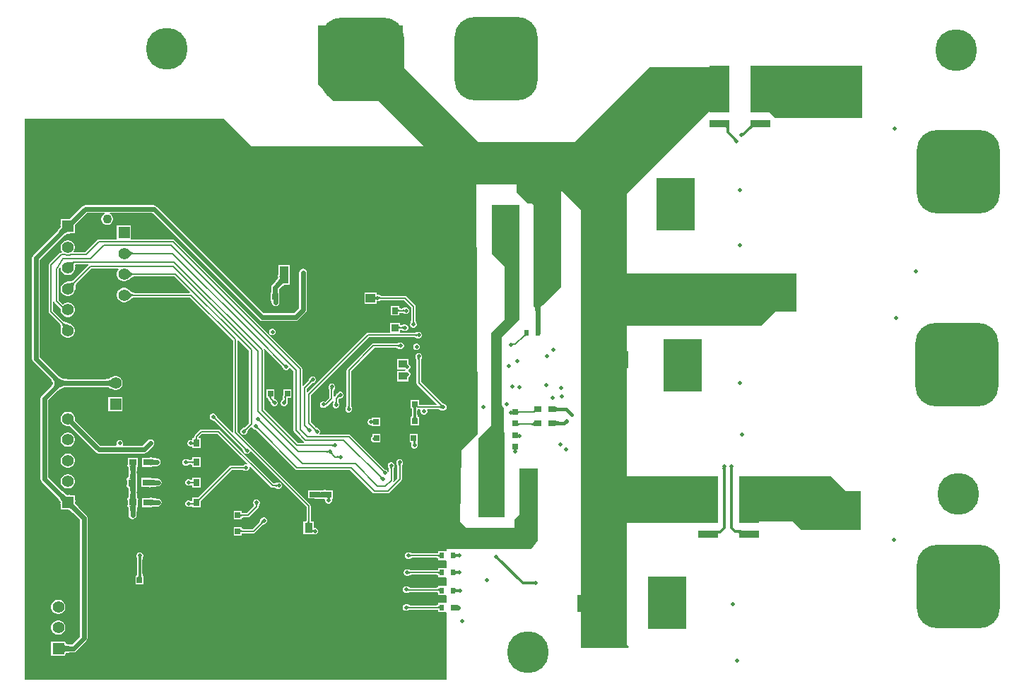
<source format=gbr>
%FSTAX23Y23*%
%MOIN*%
%SFA1B1*%

%IPPOS*%
%AMD100*
4,1,8,0.098400,0.196800,-0.098400,0.196800,-0.196800,0.098400,-0.196800,-0.098400,-0.098400,-0.196800,0.098400,-0.196800,0.196800,-0.098400,0.196800,0.098400,0.098400,0.196800,0.0*
1,1,0.196860,0.098400,0.098400*
1,1,0.196860,-0.098400,0.098400*
1,1,0.196860,-0.098400,-0.098400*
1,1,0.196860,0.098400,-0.098400*
%
%AMD101*
4,1,8,-0.196800,0.098400,-0.196800,-0.098400,-0.098400,-0.196800,0.098400,-0.196800,0.196800,-0.098400,0.196800,0.098400,0.098400,0.196800,-0.098400,0.196800,-0.196800,0.098400,0.0*
1,1,0.196860,-0.098400,0.098400*
1,1,0.196860,-0.098400,-0.098400*
1,1,0.196860,0.098400,-0.098400*
1,1,0.196860,0.098400,0.098400*
%
%ADD10C,0.015750*%
%ADD13C,0.023620*%
%ADD14C,0.007870*%
%ADD34R,0.025590X0.027560*%
%ADD35R,0.043310X0.080710*%
%ADD36R,0.035430X0.031500*%
%ADD41R,0.037650X0.047490*%
%ADD42R,0.041340X0.037400*%
%ADD44R,0.027560X0.025590*%
%ADD50R,0.029530X0.035430*%
%ADD54R,0.033660X0.035680*%
%ADD91R,0.055120X0.055120*%
%ADD92C,0.055120*%
%ADD93C,0.043310*%
%ADD98C,0.011810*%
%ADD99C,0.196850*%
G04~CAMADD=100~8~0.0~0.0~3937.0~3937.0~984.3~0.0~15~0.0~0.0~0.0~0.0~0~0.0~0.0~0.0~0.0~0~0.0~0.0~0.0~0.0~3937.0~3937.0*
%ADD100D100*%
G04~CAMADD=101~8~0.0~0.0~3937.0~3937.0~984.3~0.0~15~0.0~0.0~0.0~0.0~0~0.0~0.0~0.0~0.0~0~0.0~0.0~0.0~90.0~3936.0~3936.0*
%ADD101D101*%
%ADD102C,0.019680*%
%ADD103C,0.023620*%
%ADD104C,0.031500*%
%ADD105R,0.161420X0.078740*%
%ADD106R,0.096060X0.220470*%
%ADD107R,0.096060X0.035040*%
%ADD108R,0.045280X0.041340*%
%ADD109R,0.023620X0.031500*%
%ADD110R,0.027560X0.033470*%
%ADD111R,0.037520X0.212720*%
%LNpcb_copper_signal_bot-1*%
%LPD*%
G36*
X0634Y04105D02*
X0593D01*
X05905Y0413*
X05815*
Y0435*
X0634*
Y04105*
G37*
G36*
X05831Y04059D02*
X0583Y0406D01*
X05829Y0406*
X05828*
X05826Y0406*
X05825Y04059*
X05823Y04058*
X05821Y04057*
X05819Y04055*
X05814Y04051*
X05806Y04059*
X05808Y04062*
X05812Y04066*
X05813Y04068*
X05814Y0407*
X05815Y04071*
X05815Y04073*
Y04074*
X05815Y04075*
X05814Y04076*
X05831Y04059*
G37*
G36*
X05715Y04059D02*
X05715Y04059D01*
X05715Y04048*
X05703*
X05703Y0405*
X05703Y04052*
X05703Y04054*
X05702Y04055*
X05702Y04056*
X05701Y04057*
X057Y04058*
X05699Y04059*
X05698Y04059*
X05697Y04059*
X05715*
X05715Y04059*
G37*
G36*
X0579Y04027D02*
X0578Y0402D01*
X05777Y04033*
X05778Y04033*
X05778Y04033*
X05778Y04033*
X05779Y04033*
X05779Y04033*
X0578Y04034*
X0578Y04034*
X05782Y04035*
X05783Y04036*
X0579Y04027*
G37*
G36*
X04175Y04345D02*
X0453Y0399D01*
X04985*
X0534Y04345*
X0571*
Y0414*
X05625*
X0523Y03745*
Y0337*
X0603*
Y0319*
X0593*
X05865Y03125*
X0523*
Y02415*
X05658*
X0566Y0241*
X0566Y0241*
Y02195*
X0523*
Y0162*
X0524Y0161*
X05235Y01605*
X05015*
Y02195*
Y02415*
Y0367*
X0492Y03765*
Y03305*
X04835Y0322*
X0479*
Y03695*
X04785Y037*
X04765*
X0471Y03755*
Y0379*
X04521*
X04528Y02613*
X04452Y02537*
X04445Y022*
X04475Y0217*
X047*
Y0221*
X04725Y02235*
Y0245*
X0481*
Y0221*
Y0212*
Y0211*
X0478Y0207*
X0438*
Y02065*
X04377Y02061*
X04375*
X04341*
Y02053*
X04341Y02052*
X0434Y02052*
X0434*
X04339Y02051*
X04338Y02051*
X04336Y02051*
X04336Y02051*
X04336Y02051*
X04335Y0205*
X04334Y0205*
X04219*
X04219Y0205*
X04218Y02051*
X04218Y02051*
X04218Y02051*
X04216Y02051*
X04215Y02051*
X04214Y02051*
X04214Y02052*
X04213Y02052*
X04213Y02052*
X04213Y02052*
X04213Y02052*
X04213Y02052*
X04212Y02052*
X04212Y02052*
X04212Y02052*
X04211Y02053*
X0421Y02054*
X04209Y02054*
X04209Y02054*
X04208Y02054*
X04207Y02054*
X04206Y02054*
X04206Y02054*
X04205Y02054*
X04203Y02055*
X04196*
X04191Y02053*
X04186Y02048*
X04184Y02043*
Y02036*
X04186Y02031*
X04191Y02026*
X04196Y02024*
X04203*
X04205Y02025*
X04206Y02025*
X04206Y02025*
X04207Y02025*
X04208Y02025*
X04209Y02025*
X04209Y02025*
X0421Y02025*
X04211Y02026*
X04212Y02027*
X04212Y02027*
X04212Y02027*
X04213Y02027*
X04213Y02027*
X04213Y02027*
X04213Y02027*
X04213Y02027*
X04214Y02027*
X04214Y02028*
X04215Y02028*
X04216Y02028*
X04218Y02028*
X04218Y02028*
X04218Y02028*
X04219Y02029*
X04219Y02029*
X04334*
X04335Y02029*
X04336Y02028*
X04336Y02028*
X04336Y02028*
X04338Y02028*
X04339Y02028*
X0434Y02028*
X0434*
X04341Y02027*
X04341Y02026*
Y02018*
X04375*
X04377*
X0438Y02014*
Y01985*
X04377Y01981*
X04375*
X04341*
Y01973*
X04341Y01972*
X0434Y01972*
X0434Y01971*
X04339Y01971*
X04338Y01971*
X04336Y01971*
X04336Y01971*
X04336Y01971*
X04335Y0197*
X04334Y0197*
X04214*
X04214Y0197*
X04213Y01971*
X04213Y01971*
X04213Y01971*
X04211Y01971*
X0421Y01971*
X04209Y01971*
X04209Y01972*
X04208Y01972*
X04208Y01972*
X04208Y01972*
X04208Y01972*
X04208Y01972*
X04207Y01972*
X04207Y01972*
X04207Y01972*
X04206Y01973*
X04205Y01974*
X04204Y01974*
X04204Y01974*
X04203Y01974*
X04202Y01974*
X04201Y01974*
X04201Y01974*
X042Y01974*
X04198Y01975*
X04191*
X04186Y01973*
X04181Y01968*
X04179Y01963*
Y01956*
X04181Y01951*
X04186Y01946*
X04191Y01944*
X04198*
X042Y01945*
X04201Y01945*
X04201Y01945*
X04202Y01945*
X04203Y01945*
X04204Y01945*
X04204Y01945*
X04205Y01945*
X04206Y01946*
X04207Y01947*
X04207Y01947*
X04207Y01947*
X04208Y01947*
X04208Y01947*
X04208Y01947*
X04208Y01947*
X04208Y01947*
X04209Y01947*
X04209Y01948*
X0421Y01948*
X04211Y01948*
X04213Y01948*
X04213Y01948*
X04213Y01948*
X04214Y01949*
X04214Y01949*
X04334*
X04335Y01949*
X04336Y01948*
X04336Y01948*
X04336Y01948*
X04338Y01948*
X04339Y01948*
X0434Y01948*
X0434*
X04341Y01947*
X04341Y01946*
Y01938*
X04375*
X04377*
X0438Y01934*
Y019*
X04377Y01896*
X04375*
X04341*
Y0189*
X04341Y0189*
X0434Y01889*
X0434*
X04339Y01889*
X04338Y01889*
X04336Y01889*
X04336Y01889*
X04336Y01889*
X04335Y01888*
X04334Y01887*
X0421*
X0421Y01888*
X04209Y01888*
X04208Y01889*
X04208Y01889*
X04207Y01889*
X04206Y01889*
X04205Y01889*
X04205Y01889*
X04204Y01889*
X04204Y0189*
X04203Y01891*
X04202Y01891*
X04202Y01891*
X04201Y01892*
X042Y01892*
X042*
X04199Y01893*
X04199Y01893*
X04198Y01893*
X04193Y01895*
X04186*
X04181Y01893*
X04176Y01888*
X04174Y01883*
Y01876*
X04176Y01871*
X04181Y01866*
X04186Y01864*
X04192*
X04193Y01863*
X04193Y01863*
X04193Y01863*
X04194Y01863*
X04196Y01863*
X04196Y01863*
X04196*
X04198Y01864*
X04199Y01864*
X04199Y01865*
X042Y01865*
X042Y01865*
X042Y01865*
X04201Y01865*
X04201Y01865*
X04201Y01865*
X04203Y01865*
X04203Y01865*
X04204Y01865*
X04204Y01865*
X04205Y01866*
X04206Y01866*
X04207Y01866*
X04207Y01866*
X04208Y01867*
X04208Y01867*
X04334*
X04335Y01867*
X04336Y01866*
X04336Y01866*
X04336Y01866*
X04338Y01866*
X04339Y01865*
X0434Y01865*
X0434Y01865*
X04341Y01865*
X04341Y01864*
Y01853*
X04375*
X04377*
X0438Y01849*
Y0182*
X04377Y01816*
X04375*
X04341*
Y01808*
X04341Y01807*
X0434Y01807*
X0434*
X04339Y01806*
X04338Y01806*
X04336Y01806*
X04336Y01806*
X04336Y01806*
X04335Y01805*
X04334Y01805*
X04209*
X04209Y01805*
X04208Y01806*
X04208Y01806*
X04208Y01806*
X04206Y01806*
X04205Y01806*
X04204Y01806*
X04204Y01807*
X04203Y01807*
X04203Y01807*
X04203Y01807*
X04203Y01807*
X04203Y01807*
X04202Y01807*
X04202Y01807*
X04202Y01807*
X04201Y01808*
X042Y01809*
X04199Y01809*
X04199Y01809*
X04198Y01809*
X04197Y01809*
X04196Y01809*
X04196Y01809*
X04195Y01809*
X04193Y0181*
X04186*
X04181Y01808*
X04176Y01803*
X04174Y01798*
Y01791*
X04176Y01786*
X04181Y01781*
X04186Y01779*
X04193*
X04195Y0178*
X04196Y0178*
X04196Y0178*
X04197Y0178*
X04198Y0178*
X04199Y0178*
X04199Y0178*
X042Y0178*
X04201Y01781*
X04202Y01782*
X04202Y01782*
X04202Y01782*
X04203Y01782*
X04203Y01782*
X04203Y01782*
X04203Y01782*
X04203Y01782*
X04204Y01782*
X04204Y01783*
X04205Y01783*
X04206Y01783*
X04208Y01783*
X04208Y01783*
X04208Y01783*
X04209Y01784*
X04209Y01784*
X04334*
X04335Y01784*
X04336Y01783*
X04336Y01783*
X04336Y01783*
X04338Y01783*
X04339Y01783*
X0434Y01783*
X0434*
X04341Y01782*
X04341Y01781*
Y01773*
X04375*
X04377*
X0438Y01769*
Y01455*
X0239*
Y041*
X0333*
X0346Y0397*
X04275*
X0406Y04185*
X03845*
X03775Y04265*
Y0454*
X04175*
Y04345*
G37*
G36*
X0555Y03575D02*
X05375D01*
X05374Y03574*
X0537Y03576*
Y0382*
X0555*
Y03575*
G37*
G36*
X04831Y03217D02*
X04829Y03216D01*
X04827Y03215*
X04826Y03213*
X04825Y03211*
X04824Y03209*
X04823Y03206*
X04822Y03202*
X04822Y03198*
X04822Y03194*
X04798*
X04798Y03198*
X04798Y03206*
X04797Y03209*
X04796Y03211*
X04795Y03213*
X04794Y03215*
X04793Y03216*
X04792Y03217*
X0479Y03217*
X04833*
X04831Y03217*
G37*
G36*
X0469Y03042D02*
X04691Y03042D01*
X04692Y03042*
X04693Y03041*
X04694Y03041*
X04694Y03041*
X04695Y03041*
X04697Y03041*
X04698Y03041*
X047Y03033*
X04699Y03033*
X04698Y03033*
X04697Y03033*
X04697Y03032*
X04696Y03032*
X04695Y03032*
X04694Y03031*
X04694Y03031*
X04693Y0303*
X04693Y03029*
X0469Y03043*
X0469Y03042*
G37*
G36*
X05585Y02815D02*
X0541D01*
X05409Y02814*
X05405Y02816*
Y0306*
X05585*
Y02815*
G37*
G36*
X04896Y02744D02*
X04896Y02742D01*
X04897Y02741*
X04898Y0274*
X049Y02739*
X04901Y02739*
X04903Y02738*
X04906Y02738*
X04908Y02737*
X04911Y02737*
Y02722*
X04908Y02722*
X04906Y02721*
X04903Y02721*
X04901Y0272*
X049Y0272*
X04898Y02719*
X04897Y02718*
X04896Y02717*
X04896Y02715*
X04896Y02714*
Y02745*
X04896Y02744*
G37*
G36*
X04793Y02714D02*
X04793Y02714D01*
X04793Y02713*
X04793Y02713*
X04792Y02713*
X04791Y02713*
X04791Y02712*
X0479Y02712*
X04787Y02712*
X04786Y02712*
Y0272*
X04787Y0272*
X04788Y0272*
X0479Y0272*
X04791Y02721*
X04792Y02721*
X04792Y02721*
X04793Y02722*
X04793Y02723*
X04793Y02723*
X04794Y02724*
X04793Y02714*
G37*
G36*
X04718Y02723D02*
X04718Y02723D01*
X04719Y02722*
X04719Y02721*
X0472Y02721*
X04721Y02721*
X04722Y0272*
X04723Y0272*
X04725Y0272*
X04726Y0272*
Y02712*
X04725Y02712*
X04723Y02712*
X04722Y02712*
X04721Y02712*
X0472Y02711*
X04719Y02711*
X04719Y0271*
X04718Y0271*
X04718Y02709*
X04718Y02708*
Y02724*
X04718Y02723*
G37*
G36*
X04691Y02708D02*
X04691Y02709D01*
X04691Y02709*
X0469Y02709*
X0469Y0271*
X04689Y0271*
X04689Y0271*
X04688Y0271*
X04687Y0271*
X04686Y02711*
X04685Y02711*
Y02718*
X04686Y02718*
X04688Y02719*
X04689Y02719*
X04689Y02719*
X0469Y02719*
X0469Y0272*
X04691Y0272*
X04691Y0272*
X04691Y02721*
Y02708*
G37*
G36*
X04692Y02721D02*
X04693Y0272D01*
X04693Y0272*
X04694Y0272*
X04695Y02719*
X04696Y02719*
X04697Y02719*
X04698Y02719*
X04698Y02718*
X04699Y02718*
Y02711*
X04698Y02711*
X04698Y0271*
X04697Y0271*
X04696Y0271*
X04695Y0271*
X04694Y0271*
X04693Y02709*
X04693Y02709*
X04692Y02708*
X04692Y02708*
Y02721*
X04692Y02721*
G37*
G36*
X04794Y02652D02*
X04793Y02652D01*
X04793Y02653*
X04793Y02654*
X04792Y02654*
X04792Y02655*
X04791Y02655*
X0479Y02655*
X04788Y02655*
X04787Y02655*
Y02653*
X04787Y02653*
X04786Y02654*
X04786Y02654*
X04785Y02655*
X04784Y02655*
X04783Y02655*
X04782Y02655*
X04781Y02655*
X04781Y02656*
X0478Y02656*
Y02663*
X04781Y02663*
X04781Y02664*
X04782Y02664*
X04783Y02664*
X04784Y02664*
X04785Y02665*
X04786Y02665*
X04786Y02665*
X04787Y02666*
X04787Y02666*
Y02664*
X04788Y02664*
X0479Y02664*
X04791Y02664*
X04792Y02664*
X04792Y02665*
X04793Y02665*
X04793Y02666*
X04793Y02667*
X04794Y02667*
Y02652*
G37*
G36*
X04718Y02667D02*
X04718Y02666D01*
X04719Y02665*
X04719Y02665*
X0472Y02664*
X04721Y02664*
X04722Y02664*
X04723Y02664*
X04725Y02663*
X04726Y02663*
Y02656*
X04725Y02656*
X04723Y02655*
X04722Y02655*
X04721Y02655*
X0472Y02655*
X04719Y02654*
X04719Y02654*
X04718Y02653*
X04718Y02652*
X04718Y02652*
Y02667*
X04718Y02667*
G37*
G36*
X04896Y02679D02*
X04896Y02677D01*
X04897Y02676*
X04898Y02675*
X049Y02674*
X04901Y02674*
X04903Y02673*
X04906Y02673*
X04908Y02672*
X04911Y02672*
Y02657*
X04908Y02657*
X04906Y02656*
X04903Y02656*
X04901Y02655*
X049Y02655*
X04898Y02654*
X04897Y02653*
X04896Y02652*
X04896Y0265*
X04896Y02649*
Y0268*
X04896Y02679*
G37*
G36*
X04718Y0261D02*
X04718Y0261D01*
X04719Y0261*
X04719Y02609*
X0472Y02609*
X0472Y02609*
X04721Y02609*
X04722Y02609*
X04723Y02608*
X04725Y02608*
Y02601*
X04723Y02601*
X04721Y026*
X0472Y026*
X0472Y026*
X04719Y026*
X04719Y02599*
X04718Y02599*
X04718Y02599*
X04718Y02598*
Y02611*
X04718Y0261*
G37*
G36*
X04717Y02598D02*
X04717Y02598D01*
X04716Y02599*
X04716Y02599*
X04715Y026*
X04714Y026*
X04713Y026*
X04712Y026*
X04711Y026*
X04711Y02601*
X0471Y02601*
Y02608*
X04711Y02608*
X04711Y02609*
X04712Y02609*
X04713Y02609*
X04714Y02609*
X04715Y0261*
X04716Y0261*
X04716Y0261*
X04717Y02611*
X04717Y02611*
Y02598*
G37*
G36*
X04708Y02543D02*
X04709Y02543D01*
X04709Y02542*
X04709Y02541*
X04709Y0254*
X04712*
X04712Y0254*
X04711Y0254*
X0471Y0254*
X0471Y02539*
X0471Y02539*
X0471Y02538*
X0471Y02538*
X04711Y02537*
X04711Y02537*
X04709*
X04709Y02536*
X04709Y02535*
X04708Y02534*
X04708Y02532*
X04701*
X04701Y02534*
X047Y02535*
X047Y02536*
X047Y02537*
X04698*
X04698Y02537*
X04699Y02538*
X04699Y02538*
X04699Y02539*
X04699Y02539*
X04699Y0254*
X04698Y0254*
X04697Y0254*
X04697Y0254*
X047*
X047Y02541*
X047Y02542*
X047Y02543*
X04701Y02543*
X04701Y02544*
X04708*
X04708Y02543*
G37*
G36*
X05732Y02452D02*
X05731Y02452D01*
X05731Y02451*
X05731Y02451*
X05731Y0245*
X05731Y02449*
X05731Y02447*
X05731Y02446*
X05719*
X05719Y02447*
X05719Y0245*
X05719Y02451*
X05719Y02451*
X05718Y02452*
X05718Y02452*
X05718Y02452*
X05732*
X05732Y02452*
G37*
G36*
X05696D02*
X05696Y02452D01*
X05696Y02451*
X05696Y02451*
X05696Y0245*
X05695Y02449*
X05695Y02447*
X05695Y02446*
X05684*
X05684Y02447*
X05683Y0245*
X05683Y02451*
X05683Y02451*
X05683Y02452*
X05683Y02452*
X05683Y02452*
X05696*
X05696Y02452*
G37*
G36*
X04725Y03155D02*
X0464Y0307D01*
Y02795*
Y0275*
X0465Y02735*
Y02625*
X04655Y0262*
Y0253*
Y0222*
X0453*
Y02595*
X0457Y02635*
X0459Y02655*
Y0309*
X04655Y03155*
Y03405*
X04595Y03465*
Y03695*
X04725*
Y03155*
G37*
G36*
X06265Y02345D02*
X06335D01*
Y0216*
X06055*
X06015Y022*
X05775*
X05774Y02199*
X0577Y02201*
Y02415*
X06195*
X06265Y02345*
G37*
G36*
X05662Y02158D02*
X05662Y02158D01*
X05663Y02158*
X05663Y02158*
X05664Y02157*
X05665Y02157*
X05668Y02157*
X05671Y02157*
Y02145*
X05669Y02145*
X05666Y02145*
X05665Y02145*
X05664Y02144*
X05663Y02144*
X05663Y02144*
X05662Y02143*
X05662Y02142*
X05662Y02142*
X05662Y02159*
X05662Y02158*
G37*
G36*
X05761Y02159D02*
X05761Y02142D01*
X05761Y02143*
X05761Y02144*
X0576Y02145*
X05759Y02145*
X05758Y02146*
X05757Y02146*
X05756Y02147*
X05754Y02147*
X05752Y02147*
X05749Y02147*
Y02159*
X05761Y02159*
G37*
G36*
X04422Y0205D02*
X04422Y02049D01*
X04423Y02048*
X04424Y02048*
X04425Y02047*
X04426Y02046*
X04428Y02046*
X04429Y02046*
X0443Y02046*
X0443Y02046*
X04431Y02046*
X04431Y02046*
X04432Y02046*
X04432Y02046*
X04432Y02046*
Y02045*
X04434Y02045*
Y02034*
X04432Y02034*
Y02033*
X04432Y02033*
X04432Y02033*
X04431Y02033*
X04431Y02033*
X0443Y02033*
X0443Y02033*
X04429Y02033*
X04428Y02033*
X04426Y02033*
X04425Y02032*
X04424Y02031*
X04423Y02031*
X04422Y0203*
X04422Y02029*
X04422Y02028*
Y02051*
X04422Y0205*
G37*
G36*
X04207Y02046D02*
X04208Y02045D01*
X04208Y02045*
X04209Y02045*
X0421Y02044*
X04211Y02044*
X04212Y02044*
X04213Y02044*
X04213Y02043*
X04214Y02043*
Y02036*
X04213Y02036*
X04213Y02035*
X04212Y02035*
X04211Y02035*
X0421Y02035*
X04209Y02035*
X04208Y02034*
X04208Y02034*
X04207Y02033*
X04207Y02033*
Y02046*
X04207Y02046*
G37*
G36*
X04347Y02032D02*
X04347Y02032D01*
X04347Y02033*
X04347Y02034*
X04346Y02034*
X04345Y02035*
X04344Y02035*
X04343Y02035*
X04342Y02035*
X04341Y02036*
X04339Y02036*
Y02043*
X04341Y02043*
X04342Y02044*
X04343Y02044*
X04344Y02044*
X04345Y02044*
X04346Y02045*
X04347Y02045*
X04347Y02046*
X04347Y02047*
X04347Y02047*
Y02032*
G37*
G36*
X04624Y02034D02*
X04625Y02034D01*
X04625Y02033*
X04625Y02033*
X04625Y02032*
X04626Y02031*
X04628Y0203*
X04628Y02029*
X0462Y02021*
X04619Y02021*
X04617Y02024*
X04616Y02024*
X04616Y02024*
X04615Y02025*
X04615Y02025*
X04615Y02025*
X04624Y02034*
X04624Y02034*
G37*
G36*
X04422Y0197D02*
X04422Y01969D01*
X04423Y01968*
X04424Y01968*
X04425Y01967*
X04426Y01966*
X04428Y01966*
X04429Y01966*
X0443Y01966*
X0443Y01966*
X04431Y01966*
X04431Y01966*
X04432Y01966*
X04432Y01966*
X04432Y01966*
Y01965*
X04434Y01965*
Y01954*
X04432Y01954*
Y01953*
X04432Y01953*
X04432Y01953*
X04431Y01953*
X04431Y01953*
X0443Y01953*
X0443Y01953*
X04429Y01953*
X04428Y01953*
X04426Y01953*
X04425Y01952*
X04424Y01951*
X04423Y01951*
X04422Y0195*
X04422Y01949*
X04422Y01948*
Y01971*
X04422Y0197*
G37*
G36*
X04202Y01966D02*
X04203Y01965D01*
X04203Y01965*
X04204Y01965*
X04205Y01964*
X04206Y01964*
X04207Y01964*
X04208Y01964*
X04208Y01963*
X04209Y01963*
Y01956*
X04208Y01956*
X04208Y01955*
X04207Y01955*
X04206Y01955*
X04205Y01955*
X04204Y01955*
X04203Y01954*
X04203Y01954*
X04202Y01953*
X04202Y01953*
Y01966*
X04202Y01966*
G37*
G36*
X04347Y01952D02*
X04347Y01952D01*
X04347Y01953*
X04347Y01954*
X04346Y01954*
X04345Y01955*
X04344Y01955*
X04343Y01955*
X04342Y01955*
X04341Y01956*
X04339Y01956*
Y01963*
X04341Y01963*
X04342Y01964*
X04343Y01964*
X04344Y01964*
X04345Y01964*
X04346Y01965*
X04347Y01965*
X04347Y01966*
X04347Y01967*
X04347Y01967*
Y01952*
G37*
G36*
X04792Y01903D02*
X04792Y01903D01*
X04792Y01903*
X04791Y01903*
X04791Y01903*
X0479Y01903*
X04789Y01904*
X04787Y01904*
X04786*
Y01915*
X04787Y01915*
X0479Y01916*
X04791Y01916*
X04791Y01916*
X04792Y01916*
X04792Y01916*
X04792Y01916*
Y01903*
G37*
G36*
X04198Y01884D02*
X04199Y01883D01*
X04199Y01883*
X042Y01882*
X04201Y01882*
X04201Y01882*
X04202Y01882*
X04203Y01881*
X04204Y01881*
X04205Y01881*
X04203Y01873*
X04202Y01873*
X042Y01873*
X04199Y01873*
X04199Y01873*
X04198Y01873*
X04197Y01872*
X04196Y01872*
X04195Y01872*
X04195Y01871*
X04198Y01885*
X04198Y01884*
G37*
G36*
X04347Y01869D02*
X04347Y0187D01*
X04347Y01871*
X04347Y01871*
X04346Y01872*
X04345Y01872*
X04344Y01873*
X04343Y01873*
X04342Y01873*
X04341Y01873*
X04339Y01873*
Y01881*
X04341Y01881*
X04342Y01881*
X04343Y01882*
X04344Y01882*
X04345Y01882*
X04346Y01883*
X04347Y01883*
X04347Y01884*
X04347Y01884*
X04347Y01885*
Y01869*
G37*
G36*
X04422Y01885D02*
X04422Y01884D01*
X04423Y01883*
X04424Y01883*
X04425Y01882*
X04426Y01881*
X04428Y01881*
X04429Y01881*
X04431Y0188*
X04432Y0188*
X04435Y01881*
X04436Y01881*
X04436Y01881*
X04437Y01881*
X04437Y01881*
X04437Y01881*
Y01868*
X04437Y01868*
X04437Y01868*
X04436Y01868*
X04436Y01868*
X04435Y01868*
X04434Y01869*
X04432Y01869*
X04431Y01869*
X04429Y01868*
X04428Y01868*
X04426Y01868*
X04425Y01867*
X04424Y01866*
X04423Y01866*
X04422Y01865*
X04422Y01864*
X04422Y01863*
Y01886*
X04422Y01885*
G37*
G36*
X04197Y01801D02*
X04198Y018D01*
X04198Y018*
X04199Y018*
X042Y01799*
X04201Y01799*
X04202Y01799*
X04203Y01799*
X04203Y01798*
X04204Y01798*
Y01791*
X04203Y01791*
X04203Y0179*
X04202Y0179*
X04201Y0179*
X042Y0179*
X04199Y0179*
X04198Y01789*
X04198Y01789*
X04197Y01788*
X04197Y01788*
Y01801*
X04197Y01801*
G37*
G36*
X04347Y01787D02*
X04347Y01787D01*
X04347Y01788*
X04347Y01789*
X04346Y01789*
X04345Y0179*
X04344Y0179*
X04343Y0179*
X04342Y0179*
X04341Y01791*
X04339Y01791*
Y01798*
X04341Y01798*
X04342Y01799*
X04343Y01799*
X04344Y01799*
X04345Y01799*
X04346Y018*
X04347Y018*
X04347Y01801*
X04347Y01802*
X04347Y01802*
Y01787*
G37*
G36*
X04422Y01807D02*
X04422Y01807D01*
X04423Y01807*
X04424Y01807*
X04426Y01806*
X04435Y01806*
Y01783*
X04432Y01783*
X04422Y01782*
X04422Y01782*
X04422Y01782*
Y01807*
X04422Y01807*
G37*
G36*
X0551Y01695D02*
X05335D01*
X05334Y01694*
X0533Y01696*
Y0194*
X0551*
Y01695*
G37*
%LNpcb_copper_signal_bot-2*%
%LPC*%
G36*
X02893Y03597D02*
X02826D01*
Y0353*
X02821Y0353*
X0274*
X02736Y03529*
X02732Y03527*
X02675Y0347*
X02624*
X02622Y03475*
X02626Y03481*
X02628Y0349*
Y03498*
X02626Y03507*
X02621Y03515*
X02615Y03521*
X02607Y03525*
X02599Y03527*
X0259*
X02582Y03525*
X02574Y03521*
X02568Y03515*
X02563Y03507*
X02561Y03498*
Y0349*
X02563Y03481*
X02568Y03473*
X02568Y03473*
X02566Y03469*
X02564*
X0256Y03468*
X02556Y03466*
X02507Y03417*
X02505Y03413*
X02504Y0341*
Y0319*
X02505Y03186*
X02507Y03182*
X02557Y03133*
X02557Y03132*
X02558Y03131*
X02558Y03131*
X02558Y0313*
X02558Y03129*
X02559Y03129*
X02559Y03128*
X0256Y03127*
X02561Y03126*
X02561Y03125*
X02561Y03124*
X02562Y03122*
X02562Y0312*
X02562Y03118*
X02561Y03115*
X02561Y03112*
X0256Y03109*
X0256Y03107*
X0256Y03106*
X0256Y03106*
Y03106*
X0256Y03104*
X02561Y03103*
X02561Y03103*
X02561Y03103*
X02561Y03103*
Y03096*
X02563Y03087*
X02568Y0308*
X02574Y03074*
X02582Y03069*
X0259Y03067*
X02599*
X02607Y03069*
X02615Y03074*
X02621Y0308*
X02626Y03087*
X02628Y03096*
Y03105*
X02626Y03113*
X02621Y03121*
X02615Y03127*
X02607Y03131*
X02607Y03132*
X02606Y03134*
X02605Y03134*
X02605Y03134*
X02604Y03134*
X02603Y03135*
X02594Y03137*
X02587Y03139*
X02582Y03141*
X0258Y03142*
X02579Y03142*
X02578Y03143*
X02577Y03144*
X02577Y03144*
X02577Y03144*
X02576Y03144*
X02575Y03145*
X02574Y03145*
X02574Y03145*
X02573Y03145*
X02525Y03194*
Y03239*
X02529Y0324*
X0253Y03236*
X02532Y03232*
X0256Y03204*
X02561Y03204*
X02561Y03203*
Y03194*
X02563Y03186*
X02568Y03178*
X02574Y03172*
X02582Y03168*
X0259Y03165*
X02599*
X02607Y03168*
X02615Y03172*
X02621Y03178*
X02626Y03186*
X02628Y03194*
Y03203*
X02626Y03212*
X02621Y03219*
X02615Y03226*
X02607Y0323*
X02599Y03232*
X0259*
X02582Y0323*
X02574Y03226*
X02571Y03222*
X0255Y03244*
Y03388*
X02556Y03398*
X02561Y03396*
Y03391*
X02563Y03383*
X02568Y03375*
X02574Y03369*
X02582Y03364*
X0259Y03362*
X02599*
X02607Y03364*
X02615Y03369*
X02621Y03375*
X02626Y03383*
X02628Y03391*
Y03396*
X02628Y03396*
X02628Y03397*
X02629Y03398*
X02629Y03398*
X02629Y03399*
X02629Y034*
X0263Y03401*
X02629Y03401*
X0263Y03402*
X02629Y03404*
X02629Y03406*
X02629Y03408*
X02629Y0341*
X02629Y03411*
X0263Y03412*
X0263Y03413*
X02631Y03414*
X02631Y03414*
X02691*
X02693Y03409*
X02622Y03339*
X02621Y03339*
X0262Y03339*
X0262Y03338*
X0262Y03338*
X02619Y03338*
X02618Y03337*
X02617Y03336*
X02616Y03336*
X02614Y03335*
X02613Y03335*
X02611Y03334*
X02608Y03334*
X02606Y03333*
X02599Y03333*
X02595Y03333*
X02593Y03332*
X02592Y03332*
X02592Y03332*
X02592Y03332*
X0259Y03331*
X02589Y0333*
X02589Y0333*
X02589Y0333*
X02589Y0333*
X02582Y03328*
X02574Y03324*
X02568Y03318*
X02563Y0331*
X02561Y03302*
Y03293*
X02563Y03284*
X02568Y03277*
X02574Y0327*
X02582Y03266*
X0259Y03264*
X02599*
X02607Y03266*
X02615Y0327*
X02621Y03277*
X02626Y03284*
X02628Y03292*
X02628Y03292*
X02628Y03292*
X02628Y03292*
X02629Y03293*
X02629Y03294*
Y03294*
X02629Y03294*
X0263Y03296*
X0263Y03297*
X0263Y03301*
X02631Y03308*
X02631Y03311*
X02631Y03313*
X02632Y03315*
X02632Y03317*
X02633Y03318*
X02634Y03319*
X02634Y0332*
X02635Y03321*
X02636Y03322*
X02636Y03323*
X02636Y03323*
X02636Y03324*
X02636Y03325*
X02706Y03394*
X02833*
X02835Y03389*
X02833Y03387*
X02828Y0338*
X02826Y03371*
Y03362*
X02828Y03354*
X02833Y03346*
X02839Y0334*
X02847Y03336*
X02855Y03333*
X02864*
X02872Y03336*
X02879Y0334*
X02879Y0334*
X02879Y0334*
X02879Y0334*
X02881Y0334*
X02882Y0334*
X02882Y0334*
X02882*
X02884Y03341*
X02885Y03342*
X02888Y03345*
X02893Y03349*
X02895Y03351*
X02897Y03352*
X02899Y03353*
X029Y03354*
X02902Y03355*
X02903Y03355*
X02904Y03355*
X02905Y03355*
X02906Y03356*
X02907Y03356*
X02907Y03356*
X02908Y03357*
X02908Y03357*
X03098*
X03171Y03283*
X03169Y03278*
X02908*
X02908Y03279*
X02907Y0328*
X02907Y0328*
X02906Y0328*
X02905Y0328*
X02904Y0328*
X02903Y0328*
X02902Y03281*
X029Y03281*
X02899Y03282*
X02897Y03283*
X02895Y03284*
X02893Y03286*
X02888Y03291*
X02885Y03293*
X02884Y03294*
X02882Y03295*
X02882*
X02882Y03295*
X02881Y03295*
X02879Y03296*
X02879Y03296*
X02879Y03296*
X02879Y03296*
X02872Y033*
X02864Y03302*
X02855*
X02847Y033*
X02839Y03295*
X02833Y03289*
X02828Y03281*
X02826Y03273*
Y03264*
X02828Y03256*
X02833Y03248*
X02839Y03242*
X02847Y03237*
X02855Y03235*
X02864*
X02872Y03237*
X02879Y03241*
X02879*
X02879*
X02879*
X02881Y03241*
X02882Y03242*
X02882Y03242*
X02882Y03242*
X02884Y03243*
X02885Y03243*
X02888Y03246*
X02893Y03251*
X02895Y03252*
X02897Y03254*
X02899Y03255*
X029Y03256*
X02902Y03256*
X02903Y03256*
X02904Y03257*
X02905Y03257*
X02906Y03257*
X02907Y03257*
X02907Y03257*
X02908Y03258*
X02908Y03258*
X03171*
X03374Y03055*
Y02621*
X03371Y02619*
X0337Y02619*
X03301Y02687*
X03301Y02688*
X033Y0269*
X033Y0269*
X033Y0269*
X03299Y02691*
X03299Y02692*
X03298Y02693*
X03298Y02693*
X03298Y02693*
X03298Y02694*
X03298Y02694*
X03297Y02694*
X03297Y02694*
X03297Y02694*
X03297Y02694*
X03297Y02695*
X03297Y02696*
X03297Y02697*
X03297Y02698*
X03297Y02698*
X03296Y02699*
X03295Y027*
X03295Y027*
X03295Y027*
X03294Y02701*
X03293Y02703*
X03288Y02708*
X03283Y0271*
X03276*
X03271Y02708*
X03266Y02703*
X03264Y02698*
Y02691*
X03266Y02686*
X03271Y02681*
X03273Y0268*
X03274Y02679*
X03274Y02679*
X03274Y02679*
X03275Y02678*
X03276Y02677*
X03276Y02677*
X03277Y02677*
X03278Y02677*
X03279Y02677*
X0328Y02677*
X0328Y02677*
X0328Y02677*
X0328Y02677*
X0328Y02676*
X0328Y02676*
X03281Y02676*
X03281Y02676*
X03281Y02676*
X03282Y02675*
X03283Y02675*
X03284Y02674*
X03284Y02674*
X03284Y02674*
X03286Y02673*
X03287Y02673*
X03418Y02542*
X03418Y02541*
X03419Y02539*
X03419Y02539*
X03419Y02539*
X0342Y02538*
X0342Y02537*
X03421Y02536*
X03421Y02536*
X03421Y02536*
X03421Y02535*
X03421Y02535*
X03422Y02535*
X03422Y02535*
X03422Y02535*
X03422Y02535*
X03422Y02534*
X03422Y02533*
X03422Y02532*
X03422Y02531*
X03422Y02531*
X03423Y0253*
X03424Y02529*
X03424Y02529*
X03424Y02529*
X03425Y02528*
X03426Y02526*
X03431Y02521*
X03436Y02519*
X03443*
X03448Y02521*
X03453Y02526*
X03454Y02529*
X0346Y0253*
X0372Y0227*
Y02206*
X03719Y02205*
X03719Y02204*
X03719Y02204*
X03719Y02204*
X03718Y02203*
X03718Y02201*
X03718Y022*
Y022*
X03717Y02199*
X03717Y02199*
X03705*
Y0214*
X03744*
X03745Y0214*
X03745Y02139*
X03745Y02139*
X03746Y02139*
X03748Y02139*
X03748Y02139*
X03748Y02139*
X0375Y02139*
X03751Y02139*
X03751Y02139*
X03752Y02139*
X03752Y0214*
X03752*
X03754*
X03756Y02139*
X03763*
X03768Y02141*
X03773Y02146*
X03775Y02151*
Y02158*
X03773Y02163*
X03768Y02168*
X03763Y0217*
X03756*
X03755Y02171*
Y02199*
X03743*
X03742Y02199*
X03742Y022*
Y022*
X03742Y02201*
X03741Y02203*
X03741Y02204*
X03741Y02204*
X03741Y02204*
X0374Y02205*
X0374Y02206*
Y02274*
X03739Y02278*
X03737Y02281*
X03395Y02624*
Y03053*
X034Y03055*
X03449Y03005*
Y02664*
X03432Y02646*
X03431Y02646*
X03429Y02645*
X03429Y02645*
X03429Y02645*
X03428Y02644*
X03427Y02644*
X03426Y02643*
X03426Y02643*
X03426Y02643*
X03425Y02643*
X03425Y02643*
X03425Y02642*
X03425Y02642*
X03425Y02642*
X03425Y02642*
X03424Y02642*
X03423Y02642*
X03422Y02642*
X03421Y02642*
X03421Y02642*
X0342Y02641*
X03419Y0264*
X03419Y0264*
X03419Y0264*
X03418Y02639*
X03416Y02638*
X03411Y02633*
X03409Y02628*
Y02621*
X03411Y02616*
X03416Y02611*
X03421Y02609*
X03428*
X03433Y02611*
X03438Y02616*
X03439Y02618*
X0344Y02619*
X0344Y02619*
X0344Y02619*
X03441Y0262*
X03442Y02621*
X03442Y02621*
X03442Y02622*
X03442Y02623*
X03442Y02624*
X03442Y02625*
X03442Y02625*
X03442Y02625*
X03442Y02625*
X03443Y02625*
X03443Y02625*
X03443Y02626*
X03443Y02626*
X03443Y02626*
X03444Y02627*
X03444Y02628*
X03445Y02629*
X03445Y02629*
X03445Y02629*
X03446Y02631*
X03446Y02632*
X03459Y02645*
X03465Y02644*
X03466Y02641*
X03471Y02636*
X03473Y02635*
X03474Y02634*
X03474Y02634*
X03474Y02634*
X03475Y02633*
X03476Y02632*
X03476Y02632*
X03477Y02632*
X03478Y02632*
X03479Y02632*
X0348Y02632*
X0348Y02632*
X0348Y02632*
X0348Y02632*
X0348Y02631*
X0348Y02631*
X03481Y02631*
X03481Y02631*
X03481Y02631*
X03482Y0263*
X03483Y0263*
X03484Y02629*
X03484Y02629*
X03484Y02629*
X03486Y02628*
X03487Y02628*
X03667Y02447*
X03671Y02445*
X03675Y02444*
X03925*
X04032Y02337*
X04036Y02335*
X0404Y02334*
X04105*
X04108Y02335*
X04112Y02337*
X04167Y02392*
X04169Y02396*
X0417Y024*
Y0246*
X0417Y0246*
X04171Y02461*
X04171Y02461*
X04171Y02462*
X04171Y02463*
X04171Y02464*
X04171Y02465*
X04172Y02465*
X04172Y02466*
X04172Y02466*
X04172Y02466*
X04172Y02466*
X04172Y02466*
X04172Y02467*
X04172Y02467*
X04172Y02467*
X04173Y02468*
X04174Y02469*
X04174Y0247*
X04174Y0247*
X04174Y02471*
X04174Y02472*
X04174Y02473*
X04174Y02473*
X04174Y02474*
X04175Y02476*
Y02483*
X04173Y02488*
X04168Y02493*
X04163Y02495*
X04156*
X04151Y02493*
X04146Y02488*
X04144Y02483*
Y02476*
X04145Y02474*
X04145Y02473*
X04145Y02473*
X04145Y02472*
X04145Y02471*
X04145Y0247*
X04145Y0247*
X04145Y02469*
X04146Y02468*
X04147Y02467*
X04147Y02467*
X04147Y02467*
X04147Y02466*
X04147Y02466*
X04147Y02466*
X04147Y02466*
X04147Y02466*
X04147Y02465*
X04148Y02465*
X04148Y02464*
X04148Y02463*
X04148Y02462*
X04148Y02461*
X04148Y02461*
X04149Y0246*
X04149Y0246*
Y02404*
X04131Y02386*
X04128Y02389*
X04129Y02391*
X0413Y02395*
Y02445*
X0413Y02445*
X04131Y02446*
X04131Y02446*
X04131Y02447*
X04131Y02448*
X04131Y02449*
X04131Y0245*
X04132Y0245*
X04132Y02451*
X04132Y02451*
X04132Y02451*
X04132Y02451*
X04132Y02451*
X04132Y02452*
X04132Y02452*
X04132Y02452*
X04133Y02453*
X04134Y02454*
X04134Y02455*
X04134Y02455*
X04134Y02456*
X04134Y02457*
X04134Y02458*
X04134Y02458*
X04134Y02459*
X04135Y02461*
Y02468*
X04133Y02473*
X04128Y02478*
X04123Y0248*
X04116*
X04111Y02478*
X04106Y02473*
X04104Y02468*
Y02461*
X04105Y02459*
X04105Y02458*
X04105Y02458*
X04105Y02457*
X04105Y02456*
X04105Y02455*
X04105Y02455*
X04105Y02454*
X04106Y02453*
X04107Y02452*
X04107Y02452*
X04107Y02452*
X04107Y02451*
X04107Y02451*
X04107Y02451*
X04107Y02451*
X04107Y02451*
X04107Y0245*
X04108Y0245*
X04108Y02449*
X04108Y02448*
X04108Y02447*
X04108Y02446*
X04108Y02446*
X04109Y02445*
X04109Y02445*
Y02436*
X04104Y02435*
X04103Y02438*
X04098Y02443*
X04093Y02445*
X04088*
X03927Y02607*
X03923Y02609*
X0392Y0261*
X03784*
X03782Y02615*
X03783Y02616*
X03785Y02621*
Y02628*
X03783Y02633*
X03778Y02638*
X03776Y02639*
X03775Y0264*
X03775Y0264*
X03775Y0264*
X03774Y02641*
X03773Y02642*
X03773Y02642*
X03772Y02642*
X03771Y02642*
X0377Y02642*
X03769Y02642*
X03769Y02642*
X03769Y02642*
X03769Y02642*
X03769Y02643*
X03769Y02643*
X03768Y02643*
X03768Y02643*
X03768Y02643*
X03767Y02644*
X03766Y02644*
X03765Y02645*
X03765Y02645*
X03765Y02645*
X03763Y02646*
X03762Y02646*
X0374Y02669*
Y02795*
X04014Y03069*
X0423*
X0423Y03069*
X04231Y03068*
X04231Y03068*
X04232Y03068*
X04233Y03068*
X04234Y03068*
X04235Y03068*
X04235Y03067*
X04236Y03067*
X04236Y03067*
X04236Y03067*
X04236Y03067*
X04236Y03067*
X04237Y03067*
X04237Y03067*
X04237Y03067*
X04238Y03066*
X04239Y03065*
X0424Y03065*
X0424Y03065*
X04241Y03065*
X04242Y03065*
X04243Y03065*
X04243Y03065*
X04244Y03065*
X04246Y03064*
X04253*
X04258Y03066*
X04263Y03071*
X04265Y03076*
Y03083*
X04263Y03088*
X04258Y03093*
X04253Y03095*
X04246*
X04244Y03094*
X04243Y03094*
X04243Y03094*
X04242Y03094*
X04241Y03094*
X0424Y03094*
X0424Y03094*
X04239Y03094*
X04238Y03093*
X04237Y03092*
X04237Y03092*
X04237Y03092*
X04236Y03092*
X04236Y03092*
X04236Y03092*
X04236Y03092*
X04236Y03092*
X04235Y03092*
X04235Y03091*
X04234Y03091*
X04233Y03091*
X04232Y03091*
X04231Y03091*
X04231Y03091*
X0423Y0309*
X0423Y0309*
X04166*
X04162Y03091*
Y03095*
Y03102*
X04162Y03102*
X04163Y03102*
X04163Y03103*
X04164Y03103*
X04165Y03103*
X04167Y03103*
X04168Y03103*
X04169Y03103*
X0417Y03103*
X0417Y03102*
X04171Y03102*
X04171Y03102*
X04171Y03102*
X04171Y03102*
X04171Y03102*
X04172Y03102*
X04172Y03102*
X04172Y03102*
X04173Y03101*
X04174Y031*
X04175Y031*
X04175Y031*
X04176Y031*
X04177Y031*
X04178Y031*
X04178Y031*
X04179Y031*
X04181Y03099*
X04188*
X04193Y03101*
X04198Y03106*
X042Y03111*
Y03118*
X04198Y03123*
X04193Y03128*
X04188Y0313*
X04181*
X04179Y03129*
X04178Y03129*
X04178Y03129*
X04177Y03129*
X04176Y03129*
X04175Y03129*
X04175Y03129*
X04174Y03129*
X04173Y03128*
X04172Y03127*
X04172Y03127*
X04172Y03127*
X04171Y03127*
X04171Y03127*
X04171Y03127*
X04171Y03127*
X04171Y03127*
X0417Y03127*
X0417Y03126*
X04169Y03126*
X04168Y03126*
X04167Y03126*
X04165Y03126*
X04164Y03126*
X04163Y03127*
X04163Y03127*
X04162Y03127*
X04162Y03127*
Y03138*
X04116*
Y03091*
X04112Y0309*
X0401*
X04006Y03089*
X04002Y03087*
X03725Y02809*
X0372Y02811*
Y02825*
X03742Y02848*
X03743Y02848*
X03745Y02849*
X03745Y02849*
X03745Y02849*
X03746Y0285*
X03747Y0285*
X03748Y02851*
X03748Y02851*
X03748Y02851*
X03749Y02851*
X03749Y02851*
X03749Y02852*
X03749Y02852*
X03749Y02852*
X03749Y02852*
X0375Y02852*
X03751Y02852*
X03752Y02852*
X03753Y02852*
X03753Y02852*
X03754Y02853*
X03755Y02854*
X03755Y02854*
X03755Y02854*
X03756Y02855*
X03758Y02856*
X03763Y02861*
X03765Y02866*
Y02873*
X03763Y02878*
X03758Y02883*
X03753Y02885*
X03746*
X03741Y02883*
X03736Y02878*
X03735Y02876*
X03734Y02875*
X03734Y02875*
X03734Y02875*
X03733Y02874*
X03732Y02873*
X03732Y02873*
X03732Y02872*
X03732Y02871*
X03732Y0287*
X03732Y02869*
X03732Y02869*
X03732Y02869*
X03732Y02869*
X03731Y02869*
X03731Y02869*
X03731Y02868*
X03731Y02868*
X03731Y02868*
X0373Y02867*
X0373Y02866*
X03729Y02865*
X03729Y02865*
X03729Y02865*
X03728Y02863*
X03728Y02862*
X03705Y02839*
X037Y02841*
Y0292*
X03699Y02923*
X03697Y02927*
X03097Y03527*
X03093Y03529*
X0309Y0353*
X02898*
X02893Y0353*
Y03535*
Y03597*
G37*
G36*
X03642Y03411D02*
X03587D01*
Y03363*
X03587Y03363*
X03586Y03362*
X03586Y03361*
X03586Y03361*
X03585Y0336*
X03585Y03359*
X03585Y03358*
X03585Y03358*
X03585Y03357*
X03585Y03356*
X03586Y03355*
X03586Y03355*
X03586Y03354*
X03587Y03353*
X03587Y03352*
Y03352*
X03587Y03351*
X03586Y03349*
X03584Y03346*
X03582Y03343*
X03575Y03335*
X0357Y0333*
X0357Y03329*
X03569Y03327*
X03569Y03327*
X03569Y03327*
X03568Y03326*
X03568Y03325*
X03559Y03316*
X03555Y0331*
X03554Y03303*
Y03279*
X03552*
Y0324*
X03556*
Y03235*
X03558Y03228*
X03562Y03222*
X03568Y03218*
X03575Y03216*
X03581Y03218*
X03587Y03222*
X03591Y03228*
X03593Y03235*
Y03272*
X03591Y03279*
X0359Y03281*
Y03296*
X03594Y033*
X03594Y033*
X03596Y033*
X03596Y033*
X03596Y033*
X03597Y03301*
X03598Y03302*
X03608Y0331*
X03611Y03313*
X03615Y03316*
X03617Y03317*
X0362Y03318*
X0362Y03318*
X03621*
X03622Y03318*
X03622Y03317*
X03623Y03317*
X03624Y03317*
X03624Y03317*
X03625Y03317*
X03626Y03316*
X03627Y03316*
X03628Y03316*
X03628Y03317*
X03629Y03317*
X0363Y03317*
X03631Y03318*
X03631Y03318*
X03631Y03318*
X03642*
Y03411*
G37*
G36*
X04159Y03217D02*
X04119D01*
Y03172*
X04159*
Y03181*
X04159Y03182*
X0416Y03183*
X0416Y03183*
X04161Y03183*
X04162Y03183*
X04164Y03183*
X04164Y03183*
X04164Y03183*
X04165Y03184*
X04166Y03184*
X0417*
X0417Y03184*
X04171Y03183*
X04171Y03183*
X04172Y03183*
X04173Y03183*
X04174Y03183*
X04175Y03183*
X04175Y03182*
X04176Y03182*
X04176Y03182*
X04176Y03182*
X04176Y03182*
X04176Y03182*
X04177Y03182*
X04177Y03182*
X04177Y03182*
X04178Y03181*
X04179Y0318*
X0418Y0318*
X0418Y0318*
X04181Y0318*
X04182Y0318*
X04183Y0318*
X04183Y0318*
X04184Y0318*
X04186Y03179*
X04193*
X04198Y03181*
X04203Y03186*
X04205Y03191*
Y03198*
X04203Y03203*
X04198Y03208*
X04193Y0321*
X04186*
X04184Y03209*
X04183Y03209*
X04183Y03209*
X04182Y03209*
X04181Y03209*
X0418Y03209*
X0418Y03209*
X04179Y03209*
X04178Y03208*
X04177Y03207*
X04177Y03207*
X04177Y03207*
X04176Y03207*
X04176Y03207*
X04176Y03207*
X04176Y03207*
X04176Y03207*
X04175Y03207*
X04175Y03206*
X04174Y03206*
X04173Y03206*
X04172Y03206*
X04171Y03206*
X04171Y03206*
X0417Y03205*
X0417Y03205*
X04166*
X04165Y03205*
X04164Y03206*
X04164Y03206*
X04164Y03206*
X04162Y03206*
X04161Y03206*
X0416Y03207*
X0416*
X04159Y03207*
X04159Y03208*
Y03217*
G37*
G36*
X03Y03693D02*
X02677D01*
X0267Y03691*
X02664Y03687*
X02602Y03626*
X02561*
Y03604*
X02561Y03603*
X0256Y03603*
X0256Y03602*
X0256Y03601*
X02559Y03601*
X02559Y036*
X02559Y03599*
X02559Y03598*
X02559Y03597*
X02559Y03597*
X0256Y03596*
X0256Y03595*
X0256Y03595*
X02561Y03594*
X02561Y03593*
Y03593*
X02561Y03592*
X0256Y03589*
X02558Y03587*
X02556Y03583*
X02549Y03575*
X02545Y03571*
X02544Y03569*
X02543Y03568*
X02543Y03568*
X02543Y03568*
X02543Y03566*
X02543Y03566*
X02432Y03455*
X02428Y03449*
X02426Y03442*
Y02966*
X02428Y02959*
X02432Y02954*
X02517Y02869*
X02517Y02868*
X02517Y02867*
X02517Y02866*
X02517Y02866*
X02518Y02865*
X02519Y02864*
X02521Y02861*
X02523Y02859*
X02524Y02857*
X02525Y02855*
X02525Y02853*
X02525Y02851*
X02524Y02849*
X02523Y02847*
X02521Y02845*
X02519Y02842*
X02518Y02841*
X02517Y0284*
X02517Y02839*
X02517Y02839*
X02517Y02838*
X02517Y02837*
Y02837*
X02472Y02792*
X02468Y02786*
X02466Y0278*
Y02401*
X02468Y02394*
X02472Y02388*
X02543Y02318*
X02543Y02317*
X02543Y02316*
X02543Y02316*
X02543Y02315*
X02544Y02314*
X02544Y02313*
X02553Y02304*
X02556Y023*
X02558Y02297*
X0256Y02294*
X02561Y02292*
X02561Y02291*
Y0229*
X02561Y0229*
X0256Y02289*
X0256Y02288*
X0256Y02288*
X02559Y02287*
X02559Y02286*
X02559Y02285*
X02559Y02284*
X02559Y02284*
X0256Y02283*
X0256Y02282*
X0256Y02282*
X0256Y02281*
X02561Y0228*
X02561Y0228*
Y02258*
X02583*
X02584Y02257*
X02584Y02257*
X02585Y02257*
X02585Y02256*
X02586Y02256*
X02587Y02256*
X02588Y02256*
X02589Y02256*
X02589Y02256*
X0259Y02256*
X02591Y02256*
X02592Y02256*
X02592Y02257*
X02593Y02257*
X02594Y02258*
X02594*
X02595Y02257*
X02598Y02256*
X026Y02255*
X02604Y02253*
X02612Y02246*
X02616Y02241*
X02618Y0224*
X02619Y0224*
X02619Y0224*
X02619Y02239*
X0262Y02239*
X02621Y02239*
X02651Y02209*
Y01657*
X02614Y01619*
X02605*
X02605Y01619*
X02604Y0162*
X02604Y0162*
X02604Y0162*
X02602Y01621*
X02601Y01621*
X02597Y01621*
X02593Y01621*
X0259Y01622*
X02588Y01622*
X02586Y01623*
X02585Y01624*
X02585Y01624*
X02585Y01624*
X02585Y01624*
X02585Y01626*
X02584Y01627*
X02584Y01628*
X02584Y01628*
X02584Y01629*
X02583Y01629*
X02583Y0163*
Y01635*
X02516*
Y01568*
X02583*
Y01572*
X02583Y01573*
X02584Y01574*
X02584Y01574*
X02584Y01574*
X02584Y01576*
X02585Y01577*
X02585Y01578*
X02585Y01578*
X02585Y01578*
X02585Y01579*
X02586Y01579*
X02588Y0158*
X0259Y0158*
X02593Y01581*
X02597Y01581*
X02601Y01581*
X02602Y01582*
X02604Y01582*
X02604Y01582*
X02604Y01582*
X02605Y01583*
X02605Y01583*
X02621*
X02628Y01584*
X02634Y01588*
X02682Y01637*
X02686Y01643*
X02688Y0165*
Y02216*
X02686Y02223*
X02682Y02229*
X02646Y02265*
X02646Y02265*
X02646Y02266*
X02646Y02267*
X02646Y02267*
X02645Y02268*
X02645Y02269*
X02636Y02278*
X02633Y02282*
X02631Y02285*
X02629Y02288*
X02628Y0229*
X02628Y02291*
Y02292*
X02628Y02292*
X02629Y02293*
X02629Y02294*
X02629Y02295*
X0263Y02295*
X0263Y02296*
X0263Y02297*
X0263Y02298*
X0263Y02298*
X0263Y02299*
X02629Y023*
X02629Y02301*
X02629Y02301*
X02628Y02302*
X02628Y02302*
Y02325*
X02605*
X02605Y02325*
X02605Y02325*
X02604Y02325*
X02604Y02326*
X02603Y02326*
X02602Y02326*
X02601Y02326*
X026Y02326*
X026Y02326*
X02599Y02326*
X02598Y02326*
X02597Y02326*
X02597Y02325*
X02596Y02325*
X02595Y02325*
X02595*
X02594Y02325*
X02592Y02326*
X02589Y02327*
X02586Y0233*
X02577Y02336*
X02573Y02341*
X02571Y02342*
X0257Y02343*
X0257Y02343*
X0257Y02343*
X02569Y02343*
X02568Y02343*
X02503Y02409*
Y02772*
X02547Y02817*
X02548Y02817*
X02549Y02817*
X02549Y02817*
X0255Y02818*
X02551Y02818*
X02551Y02818*
X02552Y02819*
X02555Y02822*
X02558Y02824*
X02561Y02826*
X02564Y02828*
X02568Y0283*
X02571Y02831*
X02575Y02832*
X02578Y02833*
X02582Y02833*
X02587Y02833*
X02588Y02833*
X0259Y02834*
X0259Y02834*
X0259Y02834*
X02591Y02835*
X02591Y02835*
X02773*
X02774Y02835*
X02775Y02834*
X02775Y02834*
X02775Y02834*
X02776Y02833*
X02778Y02833*
X0278Y02833*
X02783Y02833*
X02785Y02833*
X02786Y02832*
X02788Y02832*
X0279Y02831*
X02791Y0283*
X02792Y0283*
X02793Y02829*
X02794Y02828*
X02796Y02827*
X02797Y02826*
X02797Y02826*
X02797Y02826*
X02798Y02826*
X028Y02826*
X028Y02826*
X02807Y02822*
X02815Y02819*
X02824*
X02832Y02822*
X0284Y02826*
X02846Y02832*
X02851Y0284*
X02853Y02849*
Y02857*
X02851Y02866*
X02846Y02873*
X0284Y0288*
X02832Y02884*
X02824Y02886*
X02815*
X02807Y02884*
X028Y0288*
X028Y0288*
X02798Y0288*
X02797Y0288*
X02797Y0288*
X02797Y0288*
X02796Y02879*
X02794Y02878*
X02793Y02877*
X02792Y02876*
X02791Y02875*
X0279Y02875*
X02788Y02874*
X02786Y02874*
X02785Y02873*
X02783Y02873*
X0278Y02873*
X02778Y02873*
X02776Y02872*
X02775Y02872*
X02775Y02872*
X02775Y02872*
X02774Y02871*
X02773Y02871*
X02591*
X02591Y02871*
X0259Y02872*
X0259Y02872*
X0259Y02872*
X02588Y02872*
X02587Y02873*
X02582Y02873*
X02578Y02873*
X02575Y02874*
X02571Y02875*
X02568Y02876*
X02564Y02878*
X02561Y0288*
X02558Y02882*
X02555Y02884*
X02552Y02887*
X02551Y02887*
X02551Y02888*
X0255Y02888*
X02549Y02889*
X02549Y02889*
X02548Y02889*
X02547Y02889*
X02463Y02974*
Y03435*
X02568Y0354*
X02568Y03541*
X0257Y03541*
X0257Y03541*
X0257Y03541*
X02571Y03542*
X02573Y03542*
X02582Y03551*
X02585Y03554*
X02589Y03556*
X02592Y03558*
X02594Y03559*
X02595Y03559*
X02595*
X02596Y03559*
X02597Y03558*
X02597Y03558*
X02598Y03557*
X02599Y03557*
X026Y03557*
X026Y03557*
X02601Y03557*
X02602Y03557*
X02603Y03557*
X02604Y03558*
X02604Y03558*
X02605Y03558*
X02605Y03559*
X02606Y03559*
X02628*
Y036*
X02684Y03656*
X02767*
X02768Y03651*
X02764Y03649*
X02759Y03644*
X02755Y03637*
X02753Y0363*
Y03623*
X02755Y03616*
X02759Y0361*
X02764Y03605*
X0277Y03601*
X02777Y03599*
X02784*
X02791Y03601*
X02798Y03605*
X02803Y0361*
X02806Y03616*
X02808Y03623*
Y0363*
X02806Y03637*
X02803Y03644*
X02798Y03649*
X02793Y03651*
X02794Y03656*
X02992*
X03497Y03152*
X03503Y03148*
X0351Y03146*
X0367*
X03676Y03148*
X03682Y03152*
X03717Y03187*
X03721Y03193*
X03723Y032*
Y03375*
X03721Y03381*
X03717Y03387*
X03711Y03391*
X03705Y03393*
X03698Y03391*
X03692Y03387*
X03688Y03381*
X03686Y03375*
Y03207*
X03662Y03183*
X03517*
X03012Y03687*
X03006Y03691*
X03Y03693*
G37*
G36*
X04052Y03281D02*
X03994D01*
Y03228*
X04052*
Y03239*
X04058*
X0406Y0324*
X04061Y0324*
X04061Y0324*
X04062Y0324*
X04063Y0324*
X04064Y0324*
X04064Y0324*
X04065Y0324*
X04066Y03241*
X04067Y03242*
X04067Y03242*
X04067Y03242*
X04068Y03242*
X04068Y03242*
X04068Y03242*
X04068Y03242*
X04068Y03242*
X04069Y03242*
X04069Y03243*
X0407Y03243*
X04071Y03243*
X04073Y03243*
X04073Y03243*
X04073Y03243*
X04074Y03244*
X04074Y03244*
X0418*
X04214Y0321*
Y03149*
X04214Y03149*
X04213Y03148*
X04213Y03148*
X04213Y03148*
X04213Y03146*
X04213Y03145*
X04213Y03144*
X04212Y03144*
X04212Y03143*
X04212Y03143*
X04212Y03143*
X04212Y03143*
X04212Y03143*
X04212Y03142*
X04212Y03142*
X04212Y03142*
X04211Y03141*
X0421Y0314*
X0421Y03139*
X0421Y03139*
X0421Y03138*
X0421Y03137*
X0421Y03136*
X0421Y03136*
X0421Y03135*
X04209Y03133*
Y03126*
X04211Y03121*
X04216Y03116*
X04221Y03114*
X04228*
X04233Y03116*
X04238Y03121*
X0424Y03126*
Y03133*
X04239Y03135*
X04239Y03136*
X04239Y03136*
X04239Y03137*
X04239Y03138*
X04239Y03139*
X04239Y03139*
X04239Y0314*
X04238Y03141*
X04237Y03142*
X04237Y03142*
X04237Y03142*
X04237Y03143*
X04237Y03143*
X04237Y03143*
X04237Y03143*
X04237Y03143*
X04237Y03144*
X04236Y03144*
X04236Y03145*
X04236Y03146*
X04236Y03148*
X04236Y03148*
X04236Y03148*
X04235Y03149*
X04235Y03149*
Y03215*
X04234Y03218*
X04232Y03222*
X04192Y03262*
X04188Y03264*
X04185Y03265*
X04074*
X04074Y03265*
X04073Y03266*
X04073Y03266*
X04073Y03266*
X04071Y03266*
X0407Y03266*
X04069Y03266*
X04069Y03267*
X04068Y03267*
X04068Y03267*
X04068Y03267*
X04068Y03267*
X04068Y03267*
X04067Y03267*
X04067Y03267*
X04067Y03267*
X04066Y03268*
X04065Y03269*
X04064Y03269*
X04064Y03269*
X04063Y03269*
X04062Y03269*
X04061Y03269*
X04061Y03269*
X0406Y03269*
X04058Y0327*
X04052*
Y03281*
G37*
G36*
X03563Y0311D02*
X03556D01*
X03551Y03108*
X03546Y03103*
X03544Y03098*
Y03091*
X03546Y03086*
X03551Y03081*
X03556Y03079*
X03563*
X03568Y03081*
X03573Y03086*
X03575Y03091*
Y03098*
X03573Y03103*
X03568Y03108*
X03563Y0311*
G37*
G36*
X04168Y03045D02*
X04161D01*
X04159Y03044*
X04158Y03044*
X04158Y03044*
X04157Y03044*
X04156Y03044*
X04155Y03044*
X04155Y03044*
X04154Y03044*
X04153Y03043*
X04152Y03042*
X04152Y03042*
X04152Y03042*
X04151Y03042*
X04151Y03042*
X04151Y03042*
X04151Y03042*
X04151Y03042*
X0415Y03042*
X0415Y03041*
X04149Y03041*
X04148Y03041*
X04147Y03041*
X04146Y03041*
X04146Y03041*
X04145Y0304*
X04145Y0304*
X04036*
X04032Y03039*
X04029Y03037*
X03912Y0292*
X0391Y02917*
X03909Y02913*
Y02749*
X03909Y02749*
X03908Y02748*
X03908Y02748*
X03908Y02748*
X03908Y02746*
X03908Y02745*
X03908Y02744*
X03907Y02744*
X03907Y02743*
X03907Y02743*
X03907Y02743*
X03907Y02743*
X03907Y02743*
X03907Y02742*
X03907Y02742*
X03907Y02742*
X03906Y02741*
X03905Y0274*
X03905Y02739*
X03905Y02739*
X03905Y02738*
X03905Y02737*
X03905Y02736*
X03905Y02736*
X03905Y02735*
X03904Y02733*
Y02726*
X03906Y02721*
X03911Y02716*
X03916Y02714*
X03923*
X03928Y02716*
X03933Y02721*
X03935Y02726*
Y02733*
X03934Y02735*
X03934Y02736*
X03934Y02736*
X03934Y02737*
X03934Y02738*
X03934Y02739*
X03934Y02739*
X03934Y0274*
X03933Y02741*
X03932Y02742*
X03932Y02742*
X03932Y02742*
X03932Y02743*
X03932Y02743*
X03932Y02743*
X03932Y02743*
X03932Y02743*
X03932Y02744*
X03931Y02744*
X03931Y02745*
X03931Y02746*
X03931Y02748*
X03931Y02748*
X03931Y02748*
X0393Y02749*
X0393Y02749*
Y02909*
X0404Y03019*
X04145*
X04145Y03019*
X04146Y03018*
X04146Y03018*
X04147Y03018*
X04148Y03018*
X04149Y03018*
X0415Y03018*
X0415Y03017*
X04151Y03017*
X04151Y03017*
X04151Y03017*
X04151Y03017*
X04151Y03017*
X04152Y03017*
X04152Y03017*
X04152Y03017*
X04153Y03016*
X04154Y03015*
X04155Y03015*
X04155Y03015*
X04156Y03015*
X04157Y03015*
X04158Y03015*
X04158Y03015*
X04159Y03015*
X04161Y03014*
X04168*
X04173Y03016*
X04178Y03021*
X0418Y03026*
Y03033*
X04178Y03038*
X04173Y03043*
X04168Y03045*
G37*
G36*
X04243Y0304D02*
X04236D01*
X04231Y03038*
X04226Y03033*
X04224Y03028*
Y03021*
X04226Y03016*
X04231Y03011*
X04236Y03009*
X04243*
X04248Y03011*
X04253Y03016*
X04255Y03021*
Y03028*
X04253Y03033*
X04248Y03038*
X04243Y0304*
G37*
G36*
X04201Y02968D02*
X04148D01*
Y02918*
X04183*
X04186Y02916*
X04187Y02916*
X04186Y02911*
X04148*
Y02861*
X04201*
Y0288*
X04203Y02881*
X04208Y02886*
X0421Y02892*
Y02898*
X04208Y02904*
X04203Y02908*
X04201Y02909*
Y02911*
X04202Y02915*
X04203Y02916*
X04208Y02921*
X0421Y02926*
Y02933*
X04208Y02938*
X04203Y02943*
X04201Y02944*
Y02968*
G37*
G36*
X03843Y02851D02*
X03837D01*
X03831Y02849*
X03827Y02845*
X03824Y02839*
Y02832*
X03825Y02832*
X03824Y02831*
Y02831*
X03824Y02831*
X03824Y02829*
X03824Y02828*
X03824Y02828*
Y02828*
X03825Y02827*
X03826Y02825*
X03826Y02825*
X03826Y02825*
X03826Y02824*
X03826Y02824*
X03826Y02824*
X03826Y02823*
X03827Y02823*
X03827Y02823*
X03827Y02822*
X03827Y02821*
X03827Y02821*
X03827Y0282*
X03827Y02819*
X03827Y02818*
X03828Y02818*
X03828Y02817*
X03829Y02816*
Y02783*
X03811Y02765*
X03811*
X03809Y02765*
X03809Y02765*
X03808*
X03803Y02768*
X03796*
X03791Y02765*
X03786Y02761*
X03784Y02755*
Y02749*
X03786Y02743*
X03791Y02738*
X03796Y02736*
X03803*
X03808Y02738*
X03811Y02741*
X03811Y02741*
X03813Y02741*
X03813*
X03815Y02741*
X03816Y02742*
X03816Y02742*
X03816Y02742*
X03817Y02743*
X03819Y02743*
X03819Y02743*
X03819Y02744*
X0382Y02745*
X03821Y02746*
Y02746*
X03821Y02746*
X03821Y02746*
X03844Y0277*
X03846Y02769*
X03848Y02767*
X03848Y02766*
X03848Y02765*
X03848Y02764*
X03847Y02764*
X03847Y02763*
X03847Y02763*
X03847Y02763*
X03847Y02763*
X03847Y02763*
X03847Y02762*
X03847Y02762*
X03847Y02762*
X03846Y02761*
X03845Y0276*
X03845Y02759*
X03845Y02759*
X03845Y02758*
X03845Y02757*
X03845Y02756*
X03845Y02756*
X03845Y02755*
X03844Y02753*
Y02746*
X03846Y02741*
X03851Y02736*
X03856Y02734*
X03863*
X03868Y02736*
X03873Y02741*
X03875Y02746*
Y02753*
X03874Y02755*
X03874Y02756*
X03874Y02756*
X03874Y02757*
X03874Y02758*
X03874Y02759*
X03874Y02759*
X03874Y0276*
X03873Y02761*
X03872Y02762*
X03872Y02762*
X03872Y02762*
X03872Y02763*
X03872Y02763*
X03872Y02763*
X03872Y02763*
X03872Y02763*
X03872Y02764*
X03871Y02764*
X03871Y02765*
X03871Y02766*
X03871Y02768*
X03871Y02768*
X03871Y02768*
X0387Y02769*
X0387Y02769*
Y02771*
X03871Y02776*
X03872Y02776*
X03873Y02776*
X03873Y02777*
X03874Y02777*
X03874Y02778*
X03875Y02778*
X03876Y02779*
X03876Y02779*
X03877Y02779*
X03879Y02779*
X03879Y02779*
X03879*
X0388Y02779*
X03882Y0278*
X03882Y0278*
X03882Y0278*
X03882Y0278*
X03883*
X03888Y02783*
X03893Y02787*
X03895Y02793*
Y02799*
X03893Y02805*
X03888Y0281*
X03883Y02812*
X03876*
X03871Y0281*
X03866Y02805*
X03866Y02805*
X03866Y02805*
X03866Y02805*
X03865Y02804*
X03863Y02803*
X03863Y02803*
X03863Y02803*
X03863Y02802*
X03862Y028*
X03862Y028*
X03862Y02799*
X03862Y02799*
X03862Y02799*
X03861Y02799*
X03861Y02798*
X03861Y02798*
X0386Y02797*
X0386Y02796*
X03859Y02796*
X03859Y02796*
X03859Y02795*
X03858Y02794*
X03858Y02793*
X03858Y02793*
X03858Y02792*
X03858Y02792*
X03854Y02788*
X03849Y02789*
X03849Y02789*
Y02815*
X03849Y02816*
X0385Y02816*
X0385Y02817*
X0385Y02818*
X0385Y02819*
X0385Y02819*
X03851Y0282*
X03851Y02821*
X03851Y02821*
X03851Y02821*
X03851Y02821*
X03851Y02821*
X03852Y02822*
X03853Y02823*
X03853Y02824*
X03853Y02824*
X03853Y02825*
X03854Y02826*
Y02827*
X03854Y02827*
X03854Y02827*
X03856Y02832*
Y02839*
X03853Y02845*
X03849Y02849*
X03843Y02851*
G37*
G36*
X04253Y02995D02*
X04246D01*
X04241Y02993*
X04236Y02988*
X04234Y02983*
Y02976*
X04235Y02974*
X04235Y02973*
X04235Y02973*
X04235Y02972*
X04235Y02971*
X04235Y0297*
X04235Y0297*
X04235Y02969*
X04236Y02968*
X04237Y02967*
X04237Y02967*
X04237Y02967*
X04237Y02966*
X04237Y02966*
X04237Y02966*
X04237Y02966*
X04237Y02966*
X04237Y02965*
X04238Y02965*
X04238Y02964*
X04238Y02963*
X04238Y02962*
X04238Y02961*
X04238Y02961*
X04239Y0296*
X04239Y0296*
Y02855*
X0424Y02851*
X04242Y02847*
X04336Y02754*
X04334Y0275*
X0425*
X0425Y0275*
X0425Y0275*
X0425Y02751*
X0425Y02751*
Y02774*
X04212*
Y02745*
X04212Y02745*
X04212Y02744*
X04212Y02744*
X04212Y02743*
X04211Y02742*
X04211Y02741*
X04211Y02741*
X04211Y0274*
X04212Y02739*
X04212Y02738*
X04212Y02738*
X04212Y02737*
Y02735*
X04214*
X04215Y02735*
X04215Y02734*
X04216Y02734*
X04216Y02734*
X04217Y02733*
Y02733*
X04217Y02732*
X04217Y02731*
X04217Y02729*
X04217Y02727*
X04218Y02726*
X04218Y02726*
X04218Y02726*
X04219Y02725*
X04219Y02724*
Y02705*
X04219Y02704*
X04218Y02703*
X04218Y02703*
X04218Y02703*
X04217Y02702*
X04217Y027*
X04217Y02698*
X04217Y02697*
X04217Y02696*
X04216Y02696*
X04216Y02695*
X04215Y02695*
X04215Y02694*
X04214Y02694*
X04212*
Y02692*
X04212Y02691*
X04212Y02691*
X04212Y0269*
X04211Y02689*
X04211Y02688*
X04211Y02688*
X04211Y02687*
X04212Y02686*
X04212Y02685*
X04212Y02685*
X04212Y02684*
X04212Y02684*
Y02655*
X0425*
Y02684*
X0425Y02684*
X0425Y02685*
X0425Y02685*
X04251Y02686*
X04251Y02687*
X04251Y02688*
X04251Y02688*
X04251Y02689*
X04251Y0269*
X0425Y02691*
X0425Y02691*
X0425Y02692*
Y02694*
X04248*
X04248Y02694*
X04247Y02695*
X04246Y02695*
X04246Y02696*
X04245Y02696*
X04245Y02697*
X04245Y02698*
X04245Y027*
X04245Y02702*
X04244Y02703*
X04244Y02703*
X04244Y02703*
X04243Y02704*
X04243Y02705*
Y02724*
X04243Y02725*
X04244Y02726*
X04244Y02726*
X04244Y02726*
X04246Y02729*
X04256*
X0426Y02724*
X04259Y02723*
Y02716*
X04261Y02711*
X04266Y02706*
X04271Y02704*
X04278*
X04283Y02706*
X04288Y02711*
X0429Y02716*
Y02723*
X04289Y02724*
X04293Y02729*
X04345*
X04345Y02729*
X04346Y02728*
X04346Y02728*
X04347Y02728*
X04348Y02728*
X04349Y02728*
X0435Y02728*
X0435Y02727*
X04351Y02727*
X04351Y02727*
X04351Y02727*
X04351Y02727*
X04351Y02727*
X04352Y02727*
X04352Y02727*
X04352Y02727*
X04353Y02726*
X04354Y02725*
X04355Y02725*
X04355Y02725*
X04356Y02725*
X04357Y02725*
X04358Y02725*
X04358Y02725*
X04359Y02725*
X04361Y02724*
X04368*
X04373Y02726*
X04375Y02727*
X0438Y02733*
Y02746*
X04375Y02752*
X04373Y02753*
X04371Y02754*
X0437Y02755*
X0437Y02755*
X0437Y02755*
X04369Y02756*
X04368Y02757*
X04368Y02757*
X04367Y02757*
X04366Y02757*
X04365Y02757*
X04364Y02757*
X04364Y02757*
X04364Y02757*
X04364Y02757*
X04364Y02758*
X04364Y02758*
X04363Y02758*
X04363Y02758*
X04363Y02758*
X04362Y02759*
X04361Y02759*
X0436Y0276*
X0436Y0276*
X0436Y0276*
X04358Y02761*
X04357Y02761*
X0426Y02859*
Y0296*
X0426Y0296*
X04261Y02961*
X04261Y02961*
X04261Y02962*
X04261Y02963*
X04261Y02964*
X04261Y02965*
X04262Y02965*
X04262Y02966*
X04262Y02966*
X04262Y02966*
X04262Y02966*
X04262Y02966*
X04262Y02967*
X04262Y02967*
X04262Y02967*
X04263Y02968*
X04264Y02969*
X04264Y0297*
X04264Y0297*
X04264Y02971*
X04264Y02972*
X04264Y02973*
X04264Y02973*
X04264Y02974*
X04265Y02976*
Y02983*
X04263Y02988*
X04258Y02993*
X04253Y02995*
G37*
G36*
X02853Y02788D02*
X02786D01*
Y02721*
X02853*
Y02788*
G37*
G36*
X04067Y02689D02*
X04029D01*
Y02686*
X04028Y02685*
X04021*
X04016Y02683*
X04011Y02678*
X04009Y02673*
Y02666*
X04011Y02661*
X04016Y02656*
X04021Y02654*
X04028*
X04029Y02653*
Y0265*
X04067*
Y02689*
G37*
G36*
X04068Y02612D02*
X04031D01*
Y02603*
X04031Y02603*
X04026Y02598*
X04024Y02593*
Y02586*
X04026Y02581*
X04031Y02576*
X04031Y02576*
Y02573*
X04068*
Y02612*
G37*
G36*
X02599Y0262D02*
X0259D01*
X02582Y02618*
X02574Y02613*
X02568Y02607*
X02563Y02599*
X02561Y02591*
Y02582*
X02563Y02573*
X02568Y02566*
X02574Y0256*
X02582Y02555*
X0259Y02553*
X02599*
X02607Y02555*
X02615Y0256*
X02621Y02566*
X02626Y02573*
X02628Y02582*
Y02591*
X02626Y02599*
X02621Y02607*
X02615Y02613*
X02607Y02618*
X02599Y0262*
G37*
G36*
X04245Y02614D02*
X04207D01*
Y02575*
X04213*
X04214Y02573*
X04215Y0257*
X04215Y0257*
X04215Y02569*
X04215Y02569*
X04215Y02568*
X04215Y02567*
X04215Y02566*
X04215Y02566*
X04215Y02565*
X04214Y02563*
Y02556*
X04216Y02551*
X04221Y02546*
X04226Y02544*
X04233*
X04238Y02546*
X04243Y02551*
X04245Y02556*
Y02563*
X04244Y02565*
X04244Y02566*
X04244Y02566*
X04244Y02567*
X04244Y02568*
X04244Y02569*
X04244Y02569*
X04244Y0257*
X04244Y0257*
X04245Y02575*
X04245Y0258*
X04245Y0258*
X04245Y02581*
X04245Y02581*
X04245Y02582*
X04245Y02583*
X04245Y02584*
X04245Y02584*
Y02614*
G37*
G36*
X02599Y02718D02*
X0259D01*
X02582Y02716*
X02574Y02712*
X02568Y02705*
X02563Y02698*
X02561Y02689*
Y0268*
X02563Y02672*
X02568Y02664*
X02574Y02658*
X02582Y02654*
X0259Y02651*
X02599*
X02602Y02652*
X02727Y02527*
X02733Y02523*
X0274Y02521*
X02955*
X02961Y02523*
X02967Y02527*
X02997Y02557*
X03001Y02563*
X03003Y0257*
X03001Y02576*
X02997Y02582*
X02991Y02586*
X02985Y02588*
X02978Y02586*
X02972Y02582*
X02947Y02558*
X02856*
X02854Y02563*
X02855Y02566*
Y02573*
X02853Y02578*
X02848Y02583*
X02843Y02585*
X02836*
X02831Y02583*
X02826Y02578*
X02824Y02573*
Y02566*
X02825Y02563*
X02823Y02558*
X02747*
X02627Y02678*
X02628Y0268*
Y02689*
X02626Y02698*
X02621Y02705*
X02615Y02712*
X02607Y02716*
X02599Y02718*
G37*
G36*
X03222Y02503D02*
X0318D01*
Y02492*
X0318Y02492*
X0318Y02492*
X03179Y02492*
X03178Y02491*
X03177Y02491*
X03175Y02491*
X03175Y02491*
X03175Y02491*
X03174Y0249*
X03173Y0249*
X03169*
X03169Y0249*
X03168Y02491*
X03168Y02491*
X03168Y02491*
X03166Y02491*
X03165Y02491*
X03164Y02491*
X03164Y02492*
X03163Y02492*
X03163Y02492*
X03163Y02492*
X03163Y02492*
X03163Y02492*
X03162Y02492*
X03162Y02492*
X03162Y02492*
X03161Y02493*
X0316Y02494*
X03159Y02494*
X03159Y02494*
X03158Y02494*
X03157Y02494*
X03156Y02494*
X03156Y02494*
X03155Y02494*
X03153Y02495*
X03146*
X03141Y02493*
X03136Y02488*
X03134Y02483*
Y02476*
X03136Y02471*
X03141Y02466*
X03146Y02464*
X03153*
X03155Y02465*
X03156Y02465*
X03156Y02465*
X03157Y02465*
X03158Y02465*
X03159Y02465*
X03159Y02465*
X0316Y02465*
X03161Y02466*
X03162Y02467*
X03162Y02467*
X03162Y02467*
X03163Y02467*
X03163Y02467*
X03163Y02467*
X03163Y02467*
X03163Y02467*
X03164Y02467*
X03164Y02468*
X03165Y02468*
X03166Y02468*
X03168Y02468*
X03168Y02468*
X03168Y02468*
X03169Y02469*
X03169Y02469*
X03173*
X03174Y02469*
X03175Y02468*
X03175Y02468*
X03175Y02468*
X03177Y02468*
X03178Y02468*
X03179Y02468*
X0318Y02467*
X0318Y02467*
X0318Y02467*
Y02456*
X03222*
Y02503*
G37*
G36*
X02986Y02503D02*
X02984Y02503D01*
X02983Y02503*
X02983Y02503*
X02982Y02503*
X02981Y02502*
X0298Y02501*
X0298Y02501*
X02944*
Y02458*
X0298*
X0298Y02458*
X02981Y02457*
X02982Y02456*
X02983Y02456*
X02983Y02456*
X02984Y02456*
X02986Y02456*
X02986Y02456*
X02986Y02456*
X02987Y02456*
X02989Y02456*
X02989Y02457*
X02989Y02457*
X0299Y02457*
X02991Y02458*
X02992*
Y02459*
X02993Y02459*
X03005Y0246*
X03009Y0246*
X03011Y0246*
X03012Y0246*
X03012Y0246*
X03012Y0246*
X03014Y02461*
X03014Y02461*
X03015*
X03021Y02463*
X03027Y02467*
X03031Y02473*
X03033Y0248*
X03031Y02486*
X03027Y02492*
X03021Y02496*
X03015Y02498*
X03014*
X03014Y02498*
X03012Y02499*
X03012Y02499*
X03012Y02499*
X03011Y02499*
X03009Y02499*
X03001Y02499*
X02995Y025*
X02993Y025*
X02992Y025*
Y02501*
X02991*
X0299Y02502*
X02989Y02502*
X02989Y02502*
X02989Y02503*
X02987Y02503*
X02986Y02503*
X02986Y02503*
X02986Y02503*
G37*
G36*
X02599Y02521D02*
X0259D01*
X02582Y02519*
X02574Y02515*
X02568Y02508*
X02563Y02501*
X02561Y02492*
Y02484*
X02563Y02475*
X02568Y02467*
X02574Y02461*
X02582Y02457*
X0259Y02454*
X02599*
X02607Y02457*
X02615Y02461*
X02621Y02467*
X02626Y02475*
X02628Y02484*
Y02492*
X02626Y02501*
X02621Y02508*
X02615Y02515*
X02607Y02519*
X02599Y02521*
G37*
G36*
X03222Y02408D02*
X0318D01*
Y02398*
X03175Y02396*
X03173Y02398*
X03168Y024*
X03161*
X03156Y02398*
X03151Y02393*
X03149Y02388*
Y02381*
X03151Y02376*
X03156Y02371*
X03161Y02369*
X03168*
X03173Y02371*
X03175Y02373*
X0318Y02371*
Y02361*
X03222*
Y02408*
G37*
G36*
X02982Y02408D02*
X02981Y02408D01*
X0298Y02408*
X02979Y02408*
X02979Y02408*
X02978Y02407*
X02977Y02406*
X02977Y02406*
X02941*
Y02363*
X02977*
X02977Y02363*
X02978Y02362*
X02979Y02361*
X02979Y02361*
X0298Y02361*
X02981Y02361*
X02982Y02361*
X02982Y02361*
X02983Y02361*
X02984Y02361*
X02985Y02361*
X02985Y02362*
X02986Y02362*
X02987Y02362*
X02987Y02363*
X02988*
Y02364*
X02989Y02364*
X03002Y02365*
X03006Y02365*
X03007Y02365*
X03009Y02365*
X03009Y02365*
X03009Y02365*
X0301Y02366*
X03011Y02366*
X0302*
X03026Y02368*
X03032Y02372*
X03036Y02378*
X03038Y02385*
X03036Y02391*
X03032Y02397*
X03026Y02401*
X0302Y02403*
X03011*
X0301Y02403*
X03009Y02404*
X03009Y02404*
X03009Y02404*
X03007Y02404*
X03006Y02404*
X02998Y02404*
X02991Y02405*
X02989Y02405*
X02988Y02405*
Y02406*
X02987*
X02987Y02407*
X02986Y02407*
X02985Y02407*
X02985Y02408*
X02984Y02408*
X02983Y02408*
X02982Y02408*
X02982Y02408*
G37*
G36*
X02599Y02423D02*
X0259D01*
X02582Y02421*
X02574Y02416*
X02568Y0241*
X02563Y02402*
X02561Y02394*
Y02385*
X02563Y02377*
X02568Y02369*
X02574Y02363*
X02582Y02358*
X0259Y02356*
X02599*
X02607Y02358*
X02615Y02363*
X02621Y02369*
X02626Y02377*
X02628Y02385*
Y02394*
X02626Y02402*
X02621Y0241*
X02615Y02416*
X02607Y02421*
X02599Y02423*
G37*
G36*
X03305Y02635D02*
X03225D01*
X03221Y02634*
X03217Y02632*
X03194Y02608*
X03192Y02605*
X03191Y02601*
Y026*
X0319Y02599*
X0319Y02598*
X0319Y02598*
X0319Y02598*
X03189Y02597*
X03189Y02595*
X03189Y02594*
X03189Y02594*
X03188Y02593*
X03188Y02593*
X0318*
Y02587*
X03178Y02585*
X03171*
X03166Y02583*
X03161Y02578*
X03159Y02573*
Y02566*
X03161Y02561*
X03166Y02556*
X03171Y02554*
X03178*
X0318Y02552*
Y02546*
X03222*
Y02593*
X03214*
X03213Y02593*
X03213Y02593*
X03213Y02599*
X03229Y02614*
X033*
X0344Y02475*
X03438Y02471*
X03437Y0247*
X03431*
X03426Y02468*
X03422Y02465*
X03366*
X03362Y02464*
X03359Y02462*
X0321Y02313*
X0318*
Y02298*
X03175Y02296*
X03173Y02298*
X03168Y023*
X03161*
X03156Y02298*
X03151Y02293*
X03149Y02288*
Y02281*
X03151Y02276*
X03156Y02271*
X03161Y02269*
X03168*
X03173Y02271*
X03175Y02273*
X0318Y02271*
Y02266*
X03222*
Y02296*
X03222Y02296*
X0337Y02444*
X03422*
X03426Y02441*
X03431Y02439*
X03438*
X03443Y02441*
X03448Y02446*
X0345Y02451*
Y02457*
X03451Y02458*
X03455Y0246*
X03552Y02362*
X03556Y0236*
X0356Y02359*
X0357*
X0357Y02359*
X03571Y02358*
X03571Y02358*
X03572Y02358*
X03573Y02358*
X03574Y02358*
X03575Y02358*
X03575Y02357*
X03576Y02357*
X03576Y02357*
X03576Y02357*
X03576Y02357*
X03576Y02357*
X03577Y02357*
X03577Y02357*
X03577Y02357*
X03578Y02356*
X03579Y02355*
X0358Y02355*
X0358Y02355*
X03581Y02355*
X03582Y02355*
X03583Y02355*
X03583Y02355*
X03584Y02355*
X03586Y02354*
X03593*
X03598Y02356*
X03603Y02361*
X03605Y02366*
Y02373*
X03603Y02378*
X03598Y02383*
X03593Y02385*
X03586*
X03584Y02384*
X03583Y02384*
X03583Y02384*
X03582Y02384*
X03581Y02384*
X0358Y02384*
X0358Y02384*
X03579Y02384*
X03578Y02383*
X03577Y02382*
X03577Y02382*
X03577Y02382*
X03576Y02382*
X03576Y02382*
X03576Y02382*
X03576Y02382*
X03576Y02382*
X03575Y02382*
X03575Y02381*
X03574Y02381*
X03573Y02381*
X03572Y02381*
X03571Y02381*
X03571Y02381*
X0357Y0238*
X0357Y0238*
X03564*
X03312Y02632*
X03308Y02634*
X03305Y02635*
G37*
G36*
X03811Y02349D02*
X03811Y02349D01*
X03811Y02349*
X03787Y02348*
X03786Y02348*
X03785Y02348*
X03767Y02348*
X03764Y02348*
X03763Y02348*
X03763Y02348*
X03762Y02348*
X03761Y02349*
X03761Y02348*
X0376Y02349*
X03759Y02348*
X03758Y02348*
X03758Y02348*
X03757Y02347*
X03756Y02347*
X03756Y02347*
X03728*
Y02309*
X03756*
X03757Y02309*
X03758Y02308*
X03758Y02308*
X03758Y02308*
X0376Y02308*
X03761Y02307*
X03761Y02307*
X03762Y02307*
X03785Y02308*
X03786Y02308*
X03787Y02308*
X03805Y02308*
X03805*
X03806Y02308*
X03806Y02308*
X03809Y02303*
X03809Y02303*
X03809Y02303*
Y02296*
X03811Y02291*
X03816Y02286*
X03821Y02284*
X03828*
X03833Y02286*
X03838Y02291*
X0384Y02296*
Y02303*
X0384Y02304*
X03841Y02307*
X03844Y02309*
X03844*
Y02347*
X03816*
X03815Y02347*
X03814Y02348*
X03814Y02348*
X03814Y02348*
X03812Y02348*
X03811Y02349*
G37*
G36*
X02986Y02313D02*
X02984Y02313D01*
X02983Y02313*
X02983Y02313*
X02982Y02313*
X02981Y02312*
X0298Y02311*
X0298Y02311*
X02944*
Y02268*
X0298*
X0298Y02268*
X02981Y02267*
X02982Y02266*
X02983Y02266*
X02983Y02266*
X02984Y02266*
X02986Y02266*
X02986Y02266*
X02986Y02266*
X02987Y02266*
X02989Y02266*
X02989Y02267*
X02989Y02267*
X0299Y02268*
X02991Y02268*
X02992*
Y02269*
X02993Y02269*
X03005Y0227*
X03009Y0227*
X03011Y0227*
X03012Y0227*
X03012Y0227*
X03012Y0227*
X03014Y02271*
X03014Y02271*
X0302*
X03026Y02273*
X03032Y02277*
X03036Y02283*
X03038Y0229*
X03036Y02296*
X03032Y02302*
X03026Y02306*
X0302Y02308*
X03014*
X03014Y02308*
X03012Y02309*
X03012Y02309*
X03012Y02309*
X03011Y02309*
X03009Y02309*
X03001Y02309*
X02995Y0231*
X02993Y0231*
X02992Y0231*
Y02311*
X02991*
X0299Y02312*
X02989Y02312*
X02989Y02312*
X02989Y02313*
X02987Y02313*
X02986Y02313*
X02986Y02313*
X02986Y02313*
G37*
G36*
X03488Y02305D02*
X03481D01*
X03476Y02303*
X03471Y02298*
X03469Y02293*
Y02286*
X0347Y02284*
X0347Y02283*
X0347Y02283*
X0347Y02282*
X0347Y02281*
X0347Y0228*
X0347Y0228*
X0347Y02279*
X03471Y02278*
X03472Y02277*
X03472Y02277*
X03472Y02277*
X03472Y02276*
X03472Y02276*
X03472Y02276*
X03472Y02276*
X03472Y02276*
X03472Y02275*
X03473Y02275*
X03473Y02274*
X03473Y02273*
X03473Y02272*
X0344Y0224*
X03422*
X03421Y0224*
X0342Y02241*
X0342Y02241*
X0342Y02241*
X03418Y02241*
X03417Y02241*
X03416Y02242*
X03415Y02242*
X03415Y02242*
X03415Y02242*
Y02249*
X03377*
Y0221*
X03415*
Y02217*
X03415Y02217*
X03415Y02217*
X03416Y02218*
X03417Y02218*
X03418Y02218*
X0342Y02218*
X0342Y02218*
X0342Y02218*
X03421Y02219*
X03422Y02219*
X03445*
X03448Y0222*
X03452Y02222*
X03492Y02262*
X03494Y02266*
X03495Y0227*
Y0227*
X03495Y0227*
X03496Y02271*
X03496Y02271*
X03496Y02272*
X03496Y02273*
X03496Y02274*
X03496Y02275*
X03497Y02275*
X03497Y02276*
X03497Y02276*
X03497Y02276*
X03497Y02276*
X03497Y02276*
X03497Y02277*
X03497Y02277*
X03497Y02277*
X03498Y02278*
X03499Y02279*
X03499Y0228*
X03499Y0228*
X03499Y02281*
X03499Y02282*
X03499Y02283*
X03499Y02283*
X03499Y02284*
X035Y02286*
Y02293*
X03498Y02298*
X03493Y02303*
X03488Y02305*
G37*
G36*
X02925Y02501D02*
X02877D01*
Y02469*
X02877Y02469*
X02877Y02468*
X02877Y02468*
X02876Y02467*
X02876Y02466*
X02876Y02466*
X02876Y02465*
X02875Y02464*
X02876Y02463*
X02876Y02462*
X02876Y02462*
X02876Y02461*
X02876Y0246*
X02877Y0246*
X02877Y02459*
X02877Y02459*
Y02458*
X02878*
X02878Y02458*
X02879Y02457*
X0288Y02457*
X0288Y02457*
X0288Y02456*
X0288Y02454*
X02881Y02444*
X02881Y0244*
X02882Y02439*
X02882Y02437*
X02882Y02437*
X02882Y02437*
X02883Y02436*
X02883Y02435*
Y02429*
X02883Y02428*
X02882Y02427*
X02882Y02427*
X02882Y02427*
X02882Y02425*
X02881Y02424*
X02881Y0242*
X02881Y02416*
X0288Y02413*
X0288Y02411*
X02879Y02409*
X02879Y02408*
X02879Y02408*
X02878Y02408*
X02877Y02408*
X02876Y02407*
X02876Y02407*
X02875Y02406*
X02875Y02406*
X02874*
Y02405*
X02874Y02405*
X02873Y02404*
X02873Y02403*
X02872Y02403*
X02872Y02402*
X02872Y02401*
X02872Y024*
X02872Y024*
X02872Y02399*
X02872Y02398*
X02873Y02397*
X02873Y02397*
X02873Y02396*
X02874Y02395*
X02874Y02395*
Y02374*
X02874Y02374*
X02873Y02373*
X02873Y02372*
X02873Y02372*
X02872Y02371*
X02872Y0237*
X02872Y02369*
X02872Y02369*
X02872Y02368*
X02872Y02367*
X02872Y02366*
X02873Y02366*
X02873Y02365*
X02874Y02364*
X02874Y02364*
Y02363*
X02875*
X02875Y02363*
X02876Y02362*
X02876Y02362*
X02877Y02361*
X02878Y02361*
X02879Y02361*
X02879Y02361*
X02879Y0236*
X0288Y02358*
X0288Y02356*
X02881Y02349*
X02881Y02345*
X02882Y02344*
X02882Y02342*
X02882Y02342*
X02882Y02342*
X02883Y02341*
X02883Y0234*
Y02334*
X02883Y02333*
X02882Y02332*
X02882Y02332*
X02882Y02332*
X02882Y0233*
X02881Y02329*
X02881Y02325*
X02881Y02317*
X0288Y02315*
X0288Y02313*
X0288Y02312*
X0288Y02312*
X02879Y02312*
X02878Y02311*
X02878Y02311*
X02877*
Y0231*
X02877Y0231*
X02877Y02309*
X02876Y02309*
X02876Y02308*
X02876Y02307*
X02876Y02307*
X02876Y02306*
X02875Y02305*
X02876Y02304*
X02876Y02303*
X02876Y02303*
X02876Y02302*
X02877Y02301*
X02877Y02301*
X02877Y023*
X02877Y023*
Y02279*
X02877Y02279*
X02877Y02278*
X02877Y02278*
X02876Y02277*
X02876Y02276*
X02876Y02276*
X02876Y02275*
X02875Y02274*
X02876Y02273*
X02876Y02272*
X02876Y02272*
X02876Y02271*
X02876Y0227*
X02877Y0227*
X02877Y02269*
X02877Y02269*
Y02268*
X02878*
X02878Y02268*
X02879Y02267*
X0288Y02267*
X0288Y02267*
X0288Y02266*
X0288Y02264*
X02881Y02254*
X02881Y0225*
X02882Y02249*
X02882Y02247*
X02882Y02247*
X02882Y02247*
X02883Y02246*
X02883Y02245*
Y02237*
X02883Y02236*
X02881Y0223*
X02883Y02223*
X02887Y02217*
X02893Y02213*
X029Y02211*
X02906Y02213*
X02912Y02217*
X02914Y02218*
X02918Y02224*
X02919Y02231*
Y02245*
X02919Y02246*
X0292Y02247*
X0292Y02247*
X0292Y02247*
X02921Y02249*
X02921Y0225*
X02921Y02254*
X02921Y02262*
X02922Y02264*
X02922Y02266*
X02922Y02267*
X02922Y02267*
X02923Y02267*
X02924Y02268*
X02924Y02268*
X02925*
Y02269*
X02925Y02269*
X02925Y0227*
X02926Y0227*
X02926Y02271*
X02926Y02272*
X02927Y02272*
X02927Y02273*
X02927Y02274*
X02926Y02275*
X02926Y02276*
X02926Y02276*
X02926Y02277*
X02926Y02278*
X02925Y02278*
X02925Y02279*
X02925Y02279*
Y023*
X02925Y023*
X02925Y02301*
X02926Y02301*
X02926Y02302*
X02926Y02303*
X02926Y02303*
X02926Y02304*
X02927Y02305*
X02927Y02306*
X02927Y02307*
X02926Y02307*
X02926Y02308*
X02926Y02309*
X02925Y02309*
X02925Y0231*
X02925Y0231*
Y02311*
X02924*
X02924Y02311*
X02923Y02312*
X02922Y02312*
X02922Y02312*
X02922Y02313*
X02922Y02315*
X02921Y02325*
X02921Y02329*
X02921Y0233*
X0292Y02332*
X0292Y02332*
X0292Y02332*
X02919Y02333*
X02919Y02334*
Y0234*
X02919Y02341*
X0292Y02342*
X0292Y02342*
X0292Y02342*
X02921Y02344*
X02921Y02345*
X02921Y02357*
X02921Y02362*
X02922Y02364*
X02922Y02364*
X02922Y02365*
X02923Y02366*
X02923Y02366*
X02923Y02367*
X02923Y02368*
X02923Y02369*
X02923Y02369*
X02923Y0237*
X02923Y02371*
X02923Y02372*
X02922Y02372*
X02922Y02373*
X02922Y02374*
X02921Y02374*
Y02395*
X02922Y02395*
X02922Y02396*
X02922Y02397*
X02923Y02397*
X02923Y02398*
X02923Y02399*
X02923Y024*
X02923Y024*
X02923Y02401*
X02923Y02402*
X02923Y02403*
X02923Y02403*
X02922Y02404*
X02922Y02404*
X02921Y0242*
X02921Y02424*
X02921Y02425*
X0292Y02427*
X0292Y02427*
Y02427*
X02919Y02428*
X02919Y02429*
Y02435*
X02919Y02436*
X0292Y02437*
X0292Y02437*
X0292Y02437*
X02921Y02439*
X02921Y0244*
X02921Y02444*
X02921Y02452*
X02922Y02454*
X02922Y02456*
X02922Y02457*
X02922Y02457*
X02923Y02457*
X02924Y02458*
X02924Y02458*
X02925*
Y02459*
X02925Y02459*
X02925Y0246*
X02926Y0246*
X02926Y02461*
X02926Y02462*
X02927Y02462*
X02927Y02463*
X02927Y02464*
X02926Y02465*
X02926Y02466*
X02926Y02466*
X02926Y02467*
X02926Y02468*
X02925Y02468*
X02925Y02469*
X02925Y02469*
Y02501*
G37*
G36*
X03523Y0222D02*
X03516D01*
X03511Y02218*
X03506Y02213*
X03505Y02211*
X03504Y0221*
X03504Y0221*
X03504Y0221*
X03503Y02209*
X03502Y02208*
X03502Y02208*
X03502Y02207*
X03502Y02206*
X03502Y02205*
X03502Y02204*
X03502Y02204*
X03502Y02204*
X03502Y02204*
X03501Y02204*
X03501Y02204*
X03501Y02203*
X03501Y02203*
X03501Y02203*
X035Y02202*
X035Y02201*
X03499Y022*
X03499Y022*
X03499Y022*
X03498Y02198*
X03498Y02197*
X03465Y02165*
X03422*
X03421Y02165*
X0342Y02166*
X0342Y02166*
X0342Y02166*
X03418Y02166*
X03417Y02166*
X03416Y02167*
X03415Y02167*
X03415Y02167*
X03415Y02167*
Y02172*
X03377*
Y02133*
X03415*
Y02142*
X03415Y02142*
X03415Y02142*
X03416Y02143*
X03417Y02143*
X03418Y02143*
X0342Y02143*
X0342Y02143*
X0342Y02143*
X03421Y02144*
X03422Y02144*
X0347*
X03473Y02145*
X03477Y02147*
X03512Y02183*
X03513Y02183*
X03515Y02184*
X03515Y02184*
X03515Y02184*
X03516Y02185*
X03517Y02185*
X03518Y02186*
X03518Y02186*
X03518Y02186*
X03519Y02186*
X03519Y02186*
X03519Y02187*
X03519Y02187*
X03519Y02187*
X03519Y02187*
X0352Y02187*
X03521Y02187*
X03522Y02187*
X03523Y02187*
X03523Y02187*
X03524Y02188*
X03525Y02189*
X03525Y02189*
X03525Y02189*
X03526Y0219*
X03528Y02191*
X03533Y02196*
X03535Y02201*
Y02208*
X03533Y02213*
X03528Y02218*
X03523Y0222*
G37*
G36*
X02938Y02055D02*
X02931D01*
X02926Y02053*
X02921Y02048*
X02919Y02043*
Y02036*
X02919Y02035*
X02919Y02035*
X02919Y02034*
X02919Y02034*
X02919Y02033*
X02919Y02032*
X02919Y02031*
X02919Y02031*
X0292Y0203*
X0292Y02027*
X0292Y02026*
X0292Y02025*
X0292Y02024*
X0292Y02024*
X0292Y02023*
X02921Y02022*
X02922Y02021*
X02922Y02021*
Y01955*
X02921Y01954*
X0292Y01953*
X0292Y01953*
X0292Y01953*
X0292Y01952*
X0292Y0195*
X0292Y01948*
X0292Y01947*
X02919Y01946*
Y01946*
X02919Y01945*
X02918Y01945*
X02918Y01945*
X02917Y01944*
X02917Y01944*
X02914*
Y0194*
X02914Y0194*
X02914Y01939*
X02914Y01938*
X02914Y01938*
X02914Y01937*
X02914Y01936*
Y01905*
X02952*
Y01933*
X02952Y01933*
X02953Y01934*
X02953Y01935*
X02953Y01935*
X02953Y01936*
X02954Y01937*
X02953Y01938*
X02954Y01938*
X02953Y01939*
X02953Y0194*
X02953Y01941*
X02953Y01941*
X02952Y01942*
X02952Y01943*
X02952Y01943*
Y01944*
X02951*
X0295Y01944*
X02949Y01945*
X02949Y01945*
X02949Y01945*
X02948Y01946*
Y01946*
X02948Y01947*
X02948Y01948*
X02948Y0195*
X02947Y01952*
X02947Y01953*
X02947Y01953*
X02947Y01953*
X02946Y01954*
X02946Y01955*
Y0202*
X02946Y0202*
X02947Y02021*
X02947Y02022*
X02947Y02022*
X02947Y02023*
X02948Y02024*
X02948Y02025*
X02948Y02025*
X02948Y02027*
X02948Y02028*
X02948Y02028*
X02948Y02029*
X02948Y02029*
X02949Y0203*
X02949Y02031*
X02949Y02032*
X02949Y02032*
X02949Y02033*
X0295Y02036*
Y02043*
X02948Y02048*
X02943Y02053*
X02938Y02055*
G37*
G36*
X02554Y01831D02*
X02545D01*
X02537Y01829*
X02529Y01825*
X02523Y01818*
X02518Y01811*
X02516Y01802*
Y01794*
X02518Y01785*
X02523Y01777*
X02529Y01771*
X02537Y01767*
X02545Y01764*
X02554*
X02562Y01767*
X0257Y01771*
X02576Y01777*
X02581Y01785*
X02583Y01794*
Y01802*
X02581Y01811*
X02576Y01818*
X0257Y01825*
X02562Y01829*
X02554Y01831*
G37*
G36*
Y01733D02*
X02545D01*
X02537Y01731*
X02529Y01726*
X02523Y0172*
X02518Y01712*
X02516Y01704*
Y01695*
X02518Y01687*
X02523Y01679*
X02529Y01673*
X02537Y01668*
X02545Y01666*
X02554*
X02562Y01668*
X0257Y01673*
X02576Y01679*
X02581Y01687*
X02583Y01695*
Y01704*
X02581Y01712*
X02576Y0172*
X0257Y01726*
X02562Y01731*
X02554Y01733*
G37*
%LNpcb_copper_signal_bot-3*%
%LPD*%
G36*
X02882Y03482D02*
X02888Y03477D01*
X0289Y03475*
X02893Y03473*
X02895Y03472*
X02897Y03471*
X02899Y0347*
X02901Y03469*
X02903Y03469*
Y03461*
X02901Y03461*
X02899Y03461*
X02897Y0346*
X02895Y03459*
X02893Y03458*
X0289Y03456*
X02888Y03454*
X02882Y03449*
X02879Y03446*
Y03485*
X02882Y03482*
G37*
G36*
X02626Y03422D02*
X02625Y0342D01*
X02624Y03419*
X02623Y03417*
X02622Y03415*
X02621Y03413*
X02621Y03411*
X02621Y03408*
X02621Y03406*
X02621Y03403*
X02622Y03401*
X026Y03423*
X02602Y03422*
X02605Y03422*
X02607Y03422*
X0261Y03422*
X02612Y03423*
X02614Y03423*
X02616Y03424*
X02617Y03425*
X02619Y03426*
X02621Y03427*
X02626Y03422*
G37*
G36*
X02882Y03383D02*
X02888Y03378D01*
X0289Y03376*
X02893Y03375*
X02895Y03373*
X02897Y03372*
X02899Y03371*
X02901Y03371*
X02903Y03371*
Y03363*
X02901Y03363*
X02899Y03362*
X02897Y03362*
X02895Y0336*
X02893Y03359*
X0289Y03357*
X02888Y03355*
X02882Y03351*
X02879Y03348*
Y03386*
X02882Y03383*
G37*
G36*
X02628Y03325D02*
X02627Y03324D01*
X02626Y03322*
X02625Y0332*
X02624Y03318*
X02624Y03315*
X02623Y03312*
X02623Y03309*
X02622Y03302*
X02622Y03297*
X02595Y03325*
X02599Y03325*
X02606Y03325*
X0261Y03326*
X02613Y03326*
X02615Y03327*
X02617Y03328*
X0262Y03329*
X02621Y0333*
X02623Y03331*
X02628Y03325*
G37*
G36*
X02882Y03285D02*
X02888Y0328D01*
X0289Y03278*
X02893Y03276*
X02895Y03275*
X02897Y03274*
X02899Y03273*
X02901Y03273*
X02903Y03272*
Y03265*
X02901Y03264*
X02899Y03264*
X02897Y03263*
X02895Y03262*
X02893Y03261*
X0289Y03259*
X02888Y03257*
X02882Y03252*
X02879Y03249*
Y03288*
X02882Y03285*
G37*
G36*
X04177Y03108D02*
X04177Y03108D01*
X04176Y03109*
X04176Y03109*
X04175Y0311*
X04174Y0311*
X04173Y0311*
X04172Y0311*
X04171Y0311*
X04171Y03111*
X0417Y03111*
Y03118*
X04171Y03118*
X04171Y03119*
X04172Y03119*
X04173Y03119*
X04174Y03119*
X04175Y0312*
X04176Y0312*
X04176Y0312*
X04177Y03121*
X04177Y03121*
Y03108*
G37*
G36*
X02573Y03136D02*
X02575Y03135D01*
X02577Y03135*
X02579Y03134*
X02585Y03131*
X02592Y03129*
X02601Y03127*
X02568Y03107*
X02569Y03111*
X02569Y03114*
X0257Y03117*
X0257Y0312*
X0257Y03123*
X02569Y03126*
X02569Y03128*
X02568Y0313*
X02567Y03132*
X02565Y03133*
X02572Y03137*
X02573Y03136*
G37*
G36*
X04156Y03122D02*
X04156Y03121D01*
X04156Y0312*
X04157Y0312*
X04158Y03119*
X04159Y03119*
X0416Y03119*
X04161Y03119*
X04162Y03118*
X04164Y03118*
Y03111*
X04162Y03111*
X04161Y0311*
X0416Y0311*
X04159Y0311*
X04158Y0311*
X04157Y03109*
X04156Y03109*
X04156Y03108*
X04156Y03107*
X04156Y03107*
Y03122*
X04156Y03122*
G37*
G36*
X04242Y03073D02*
X04242Y03073D01*
X04241Y03074*
X04241Y03074*
X0424Y03075*
X04239Y03075*
X04238Y03075*
X04237Y03075*
X04236Y03075*
X04236Y03076*
X04235Y03076*
Y03083*
X04236Y03083*
X04236Y03084*
X04237Y03084*
X04238Y03084*
X04239Y03084*
X0424Y03085*
X04241Y03085*
X04241Y03085*
X04242Y03086*
X04242Y03086*
Y03073*
G37*
G36*
X03616Y02942D02*
X03617Y02941D01*
X03618Y02941*
X03618Y0294*
X03619Y0294*
X0362Y02939*
X03621Y02939*
X03622Y02939*
X03622Y02939*
X03623Y02939*
X03615Y02928*
X03615Y02929*
X03614Y0293*
X03614Y02931*
X03614Y02932*
X03613Y02932*
X03613Y02933*
X03613Y02934*
X03612Y02935*
X03611Y02935*
X03611Y02936*
X03616Y02942*
X03616Y02942*
G37*
G36*
X03749Y0286D02*
X03749Y0286D01*
X03748Y0286*
X03747Y02859*
X03746Y02859*
X03745Y02859*
X03745Y02858*
X03744Y02858*
X03743Y02857*
X03742Y02857*
X03742Y02856*
X03736Y02862*
X03737Y02862*
X03737Y02863*
X03738Y02864*
X03738Y02865*
X03739Y02865*
X03739Y02866*
X03739Y02867*
X0374Y02868*
X0374Y02869*
X0374Y02869*
X03749Y0286*
G37*
G36*
X03289Y02694D02*
X03289Y02693D01*
X0329Y02692*
X0329Y02691*
X0329Y0269*
X03291Y0269*
X03291Y02689*
X03292Y02688*
X03292Y02687*
X03293Y02687*
X03287Y02681*
X03287Y02682*
X03286Y02682*
X03285Y02683*
X03284Y02683*
X03284Y02684*
X03283Y02684*
X03282Y02684*
X03281Y02685*
X0328Y02685*
X0328Y02685*
X03289Y02694*
X03289Y02694*
G37*
G36*
X03499Y02684D02*
X03499Y02683D01*
X035Y02682*
X035Y02681*
X035Y0268*
X03501Y0268*
X03501Y02679*
X03502Y02678*
X03502Y02677*
X03503Y02677*
X03497Y02671*
X03497Y02672*
X03496Y02672*
X03495Y02673*
X03494Y02673*
X03494Y02674*
X03493Y02674*
X03492Y02674*
X03491Y02675*
X0349Y02675*
X0349Y02675*
X03499Y02684*
X03499Y02684*
G37*
G36*
X03489Y02649D02*
X03489Y02648D01*
X0349Y02647*
X0349Y02646*
X0349Y02645*
X03491Y02645*
X03491Y02644*
X03492Y02643*
X03492Y02642*
X03493Y02642*
X03487Y02636*
X03487Y02637*
X03486Y02637*
X03485Y02638*
X03484Y02638*
X03484Y02639*
X03483Y02639*
X03482Y02639*
X03481Y0264*
X0348Y0264*
X0348Y0264*
X03489Y02649*
X03489Y02649*
G37*
G36*
X03727Y02642D02*
X03728Y02642D01*
X03729Y02641*
X0373Y02641*
X0373Y0264*
X03731Y0264*
X03732Y0264*
X03733Y02639*
X03734Y02639*
X03734Y02639*
X03725Y0263*
X03725Y0263*
X03725Y02631*
X03724Y02632*
X03724Y02633*
X03724Y02634*
X03723Y02634*
X03723Y02635*
X03722Y02636*
X03722Y02637*
X03721Y02637*
X03727Y02643*
X03727Y02642*
G37*
G36*
X03762Y02637D02*
X03763Y02637D01*
X03764Y02636*
X03765Y02636*
X03765Y02635*
X03766Y02635*
X03767Y02635*
X03768Y02635*
X03769Y02634*
X03769Y02634*
X0376Y02625*
X0376Y02625*
X0376Y02626*
X03759Y02627*
X03759Y02628*
X03759Y02629*
X03758Y02629*
X03758Y0263*
X03757Y02631*
X03757Y02632*
X03756Y02632*
X03762Y02638*
X03762Y02637*
G37*
G36*
X03438Y02632D02*
X03437Y02632D01*
X03437Y02631*
X03436Y0263*
X03436Y02629*
X03435Y02629*
X03435Y02628*
X03435Y02627*
X03434Y02626*
X03434Y02625*
X03434Y02625*
X03425Y02634*
X03425Y02634*
X03426Y02634*
X03427Y02635*
X03428Y02635*
X03429Y02635*
X03429Y02636*
X0343Y02636*
X03431Y02637*
X03432Y02637*
X03432Y02638*
X03438Y02632*
G37*
G36*
X03603Y02935D02*
X03603Y02935D01*
X03603Y02934*
X03603Y02933*
X03604Y02932*
X03604Y02932*
X03604Y02931*
X03605Y0293*
X03605Y0293*
X03606Y02929*
X03606Y02929*
X03606Y02929*
X03606Y02929*
X03607Y02928*
X03607Y02928*
X03607Y02928*
X03607Y02928*
X03607Y02927*
X03607Y02926*
X03608Y02924*
X03608Y02924*
X03608Y02924*
X03609Y02923*
X0361Y02922*
X0361Y02922*
X0361Y02922*
X03611Y02922*
X03611Y02921*
X03616Y02916*
X03621Y02914*
X03628*
X03633Y02916*
X03638Y02921*
X03639Y02924*
X03645Y02925*
X03659Y0291*
Y0263*
X0366Y02626*
X03662Y02622*
X03708Y02576*
X03709Y0257*
X03708Y0257*
X03679*
X0352Y02729*
Y0301*
X03519Y03012*
X03521Y03013*
X03524Y03014*
X03603Y02935*
G37*
G36*
X03847Y02553D02*
X03847Y02553D01*
X03846Y02554*
X03846Y02554*
X03845Y02555*
X03844Y02555*
X03843Y02555*
X03842Y02555*
X03841Y02555*
X03841Y02556*
X0384Y02556*
Y02563*
X03841Y02563*
X03841Y02564*
X03842Y02564*
X03843Y02564*
X03844Y02564*
X03845Y02565*
X03846Y02565*
X03846Y02565*
X03847Y02566*
X03847Y02566*
Y02553*
G37*
G36*
X03432Y02547D02*
X03433Y02547D01*
X03434Y02546*
X03435Y02546*
X03435Y02545*
X03436Y02545*
X03437Y02545*
X03438Y02544*
X03439Y02544*
X03439Y02544*
X0343Y02535*
X0343Y02535*
X0343Y02536*
X03429Y02537*
X03429Y02538*
X03429Y02539*
X03428Y02539*
X03428Y0254*
X03427Y02541*
X03427Y02542*
X03426Y02542*
X03432Y02548*
X03432Y02547*
G37*
G36*
X03822Y02523D02*
X03822Y02523D01*
X03821Y02524*
X03821Y02524*
X0382Y02525*
X03819Y02525*
X03818Y02525*
X03817Y02525*
X03816Y02525*
X03816Y02526*
X03815Y02526*
Y02533*
X03816Y02533*
X03816Y02534*
X03817Y02534*
X03818Y02534*
X03819Y02534*
X0382Y02535*
X03821Y02535*
X03821Y02535*
X03822Y02536*
X03822Y02536*
Y02523*
G37*
G36*
X03839Y02529D02*
X03839Y02528D01*
X0384Y02527*
X0384Y02526*
X0384Y02525*
X03841Y02525*
X03841Y02524*
X03842Y02523*
X03842Y02522*
X03843Y02522*
X03837Y02516*
X03837Y02517*
X03836Y02517*
X03835Y02518*
X03834Y02518*
X03834Y02519*
X03833Y02519*
X03832Y02519*
X03831Y0252*
X0383Y0252*
X0383Y0252*
X03839Y02529*
X03839Y02529*
G37*
G36*
X03872Y02498D02*
X03872Y02498D01*
X03871Y02499*
X03871Y02499*
X0387Y025*
X03869Y025*
X03868Y025*
X03867Y025*
X03866Y025*
X03866Y02501*
X03865Y02501*
Y02508*
X03866Y02508*
X03866Y02509*
X03867Y02509*
X03868Y02509*
X03869Y02509*
X0387Y0251*
X03871Y0251*
X03871Y0251*
X03872Y02511*
X03872Y02511*
Y02498*
G37*
G36*
X04166Y02472D02*
X04165Y02471D01*
X04165Y02471*
X04165Y0247*
X04164Y02469*
X04164Y02468*
X04164Y02467*
X04164Y02466*
X04163Y02466*
X04163Y02465*
X04156*
X04156Y02466*
X04155Y02466*
X04155Y02467*
X04155Y02468*
X04155Y02469*
X04155Y0247*
X04154Y02471*
X04154Y02471*
X04153Y02472*
X04153Y02472*
X04166*
X04166Y02472*
G37*
G36*
X04126Y02457D02*
X04125Y02456D01*
X04125Y02456*
X04125Y02455*
X04124Y02454*
X04124Y02453*
X04124Y02452*
X04124Y02451*
X04123Y02451*
X04123Y0245*
X04116*
X04116Y02451*
X04115Y02451*
X04115Y02452*
X04115Y02453*
X04115Y02454*
X04115Y02455*
X04114Y02456*
X04114Y02456*
X04113Y02457*
X04113Y02457*
X04126*
X04126Y02457*
G37*
G36*
X04072Y02412D02*
X04073Y02412D01*
X04074Y02411*
X04075Y02411*
X04075Y0241*
X04076Y0241*
X04077Y0241*
X04078Y02409*
X04079Y02409*
X04079Y02409*
X0407Y024*
X0407Y024*
X0407Y02401*
X04069Y02402*
X04069Y02403*
X04069Y02404*
X04068Y02404*
X04068Y02405*
X04067Y02406*
X04067Y02407*
X04066Y02407*
X04072Y02413*
X04072Y02412*
G37*
G36*
X03734Y022D02*
X03734Y02198D01*
X03734Y02197*
X03734Y02196*
X03735Y02195*
X03735Y02194*
X03736Y02194*
X03736Y02193*
X03737Y02193*
X03738Y02193*
X03722*
X03723Y02193*
X03723Y02193*
X03724Y02194*
X03725Y02194*
X03725Y02195*
X03725Y02196*
X03726Y02197*
X03726Y02198*
X03726Y022*
X03726Y02201*
X03734*
X03734Y022*
G37*
G36*
X03749Y02162D02*
X03749Y02161D01*
X03749Y0216*
X0375Y0216*
X0375Y02159*
X0375Y02159*
X03751Y0216*
X03751Y0216*
X03752Y0216*
Y02159*
X03752Y02159*
X03754Y02159*
X03755Y02158*
X03756Y02158*
Y02151*
X03755Y02151*
X03754Y0215*
X03752Y0215*
X03752Y0215*
Y02149*
X03751Y02149*
X03751Y02149*
X0375Y0215*
X0375Y0215*
X0375Y02149*
X03749Y02149*
X03749Y02148*
X03749Y02147*
X03748Y02147*
Y0215*
X03748Y0215*
X03747Y0215*
X03745Y02151*
Y02158*
X03746Y02158*
X03748Y02159*
X03748Y02159*
Y02162*
X03749Y02162*
G37*
%LNpcb_copper_signal_bot-4*%
%LPC*%
G36*
X03649Y02822D02*
X0361D01*
Y02795*
X03609Y02795*
X03608Y02793*
X03608Y02793*
X03608Y02793*
X03608Y02792*
X03608Y0279*
X03608Y02783*
X03608Y02782*
X03608Y02782*
X03608Y02781*
X03608Y02779*
X03607Y02775*
X03606Y02774*
X03605Y02773*
X03605Y02773*
X03605Y02773*
X03605Y02772*
X03601Y02768*
X03599Y02763*
Y02756*
X03601Y02751*
X03606Y02746*
X03611Y02744*
X03618*
X03623Y02746*
X03628Y02751*
X0363Y02756*
Y02758*
X03631Y02758*
X03631Y02759*
X03631Y0276*
X03632Y0276*
X03632Y02761*
X03632Y02762*
X03632Y02763*
X03632Y02774*
X03631Y02775*
X03631Y02776*
X03631Y02776*
X03631Y02777*
X0363Y02778*
X0363Y02778*
X03631Y02779*
X03631Y02779*
X03631Y02779*
X03631Y02781*
X03632Y02782*
X03632Y02783*
X03632Y02784*
X03632Y02784*
X03632Y02784*
X03649*
Y02822*
G37*
G36*
X03569D02*
X0353D01*
Y02784*
X03537*
X03537Y02784*
X03537Y02784*
X03538Y02783*
X03538Y02782*
X03538Y02781*
X03538Y02779*
X03538Y02779*
X03538Y02779*
X03539Y02778*
X0354Y02777*
X0354Y02777*
X0354Y02777*
X0354Y02777*
X0354Y02776*
X03542Y02772*
X03548Y02767*
X03548Y02766*
X03549Y02764*
X03549Y02764*
X03549Y02764*
X0355Y02763*
X0355Y02762*
X03551Y02761*
X03551Y02761*
X03551Y02761*
X03551Y0276*
X03551Y0276*
X03552Y0276*
X03552Y0276*
X03552Y0276*
X03552Y0276*
X03552Y02759*
X03552Y02758*
X03552Y02757*
X03552Y02756*
X03552Y02756*
X03553Y02755*
X03554Y02754*
X03554Y02754*
X03554Y02754*
X03555Y02753*
X03556Y02751*
X03561Y02746*
X03566Y02744*
X03573*
X03578Y02746*
X03583Y02751*
X03585Y02756*
Y02763*
X03583Y02768*
X03578Y02773*
X03576Y02774*
X03575Y02775*
X03575Y02775*
X03575Y02775*
X03574Y02776*
X03573Y02777*
X03573Y02777*
X03572Y02777*
X03571Y02777*
X0357Y02777*
X03569Y02779*
X03568Y02779*
X03569Y02784*
Y02822*
G37*
%LNpcb_copper_signal_bot-5*%
%LPD*%
G36*
X03627Y0279D02*
X03626Y0279D01*
X03626Y0279*
X03625Y02789*
X03625Y02788*
X03624Y02787*
X03624Y02786*
X03624Y02785*
X03624Y02784*
X03624Y02782*
X03616*
X03616Y0279*
X03628Y0279*
X03627Y0279*
G37*
G36*
X03624Y02774D02*
X03624Y02762D01*
X03612Y02769*
X03613Y02769*
X03614Y0277*
X03614Y0277*
X03614Y0277*
X03615Y02771*
X03615Y02772*
X03615Y02772*
X03616Y02773*
X03616Y02774*
X03616Y02775*
X03624Y02774*
G37*
G36*
X03557Y0279D02*
X03556Y0279D01*
X03555Y0279*
X03555Y02789*
X03554Y02788*
X03554Y02787*
X03554Y02786*
X03554Y02785*
X03553Y02784*
X03553Y02782*
X03546*
X03546Y02784*
X03545Y02785*
X03545Y02786*
X03545Y02787*
X03545Y02788*
X03544Y02789*
X03544Y0279*
X03543Y0279*
X03542Y0279*
X03542Y0279*
X03557*
X03557Y0279*
G37*
G36*
X03562Y02772D02*
X03563Y02772D01*
X03564Y02771*
X03565Y02771*
X03565Y0277*
X03566Y0277*
X03567Y0277*
X03568Y02769*
X03569Y02769*
X03569Y02769*
X0356Y0276*
X0356Y0276*
X0356Y02761*
X03559Y02762*
X03559Y02763*
X03559Y02764*
X03558Y02764*
X03558Y02765*
X03557Y02766*
X03557Y02767*
X03556Y02767*
X03562Y02773*
X03562Y02772*
G37*
G36*
X03626Y03324D02*
X03625Y03326D01*
X03622Y03326*
X0362Y03326*
X03617Y03326*
X03614Y03324*
X0361Y03322*
X03606Y0332*
X03602Y03316*
X03593Y03308*
X03576Y03324*
X03581Y03329*
X03588Y03338*
X03591Y03342*
X03593Y03345*
X03594Y03348*
X03595Y03351*
X03595Y03354*
X03594Y03356*
X03593Y03358*
X03626Y03324*
G37*
G36*
X04182Y03188D02*
X04182Y03188D01*
X04181Y03189*
X04181Y03189*
X0418Y0319*
X04179Y0319*
X04178Y0319*
X04177Y0319*
X04176Y0319*
X04176Y03191*
X04175Y03191*
Y03198*
X04176Y03198*
X04176Y03199*
X04177Y03199*
X04178Y03199*
X04179Y03199*
X0418Y032*
X04181Y032*
X04181Y032*
X04182Y03201*
X04182Y03201*
Y03188*
G37*
G36*
X04153Y03202D02*
X04153Y03201D01*
X04153Y032*
X04154Y032*
X04155Y03199*
X04156Y03199*
X04157Y03199*
X04158Y03199*
X04159Y03198*
X04161Y03198*
Y03191*
X04159Y03191*
X04158Y0319*
X04157Y0319*
X04156Y0319*
X04155Y0319*
X04154Y03189*
X04153Y03189*
X04153Y03188*
X04153Y03187*
X04153Y03187*
Y03202*
X04153Y03202*
G37*
G36*
X026Y03565D02*
X02599Y03566D01*
X02596Y03567*
X02594*
X02591Y03566*
X02588Y03565*
X02584Y03563*
X02581Y0356*
X02576Y03557*
X02567Y03548*
X0255Y03565*
X02555Y0357*
X02562Y03579*
X02565Y03582*
X02567Y03586*
X02568Y03589*
X02569Y03592*
Y03594*
X02568Y03597*
X02567Y03598*
X026Y03565*
G37*
G36*
X028Y02834D02*
X02798Y02835D01*
X02797Y02836*
X02795Y02837*
X02793Y02838*
X02791Y02839*
X02788Y0284*
X02786Y0284*
X02784Y02841*
X02781Y02841*
X02778Y02841*
Y02865*
X02781Y02865*
X02784Y02865*
X02786Y02865*
X02788Y02866*
X02791Y02867*
X02793Y02867*
X02795Y02868*
X02797Y0287*
X02798Y02871*
X028Y02872*
Y02834*
G37*
G36*
X0255Y02878D02*
X02553Y02875D01*
X02557Y02873*
X02561Y02871*
X02565Y02869*
X02569Y02867*
X02573Y02866*
X02577Y02865*
X02582Y02865*
X02586Y02865*
Y02841*
X02582Y02841*
X02577Y0284*
X02573Y0284*
X02569Y02838*
X02565Y02837*
X02561Y02835*
X02557Y02833*
X02553Y0283*
X0255Y02828*
X02546Y02824*
X02525Y02836*
X02528Y0284*
X0253Y02843*
X02532Y02846*
X02533Y0285*
X02533Y02853*
X02533Y02856*
X02532Y0286*
X0253Y02863*
X02528Y02866*
X02525Y0287*
X02546Y02881*
X0255Y02878*
G37*
G36*
X02572Y02331D02*
X02581Y02323D01*
X02584Y0232*
X02588Y02318*
X02591Y02317*
X02594Y02316*
X02596Y02316*
X02599Y02317*
X026Y02318*
X02567Y02285*
X02569Y02287*
X02569Y02289*
X02569Y02292*
X02568Y02294*
X02567Y02298*
X02565Y02301*
X02562Y02305*
X02559Y02309*
X0255Y02319*
X02567Y02335*
X02572Y02331*
G37*
G36*
X02621Y02295D02*
X0262Y02293D01*
Y02291*
X02621Y02288*
X02622Y02285*
X02624Y02281*
X02627Y02277*
X0263Y02273*
X02639Y02264*
X02622Y02247*
X02617Y02252*
X02608Y02259*
X02605Y02262*
X02601Y02264*
X02598Y02265*
X02595Y02266*
X02593*
X0259Y02265*
X02589Y02264*
X02622Y02297*
X02621Y02295*
G37*
G36*
X02577Y01622D02*
X02578Y0162D01*
X02579Y01619*
X02581Y01617*
X02583Y01616*
X02585Y01615*
X02588Y01614*
X02592Y01613*
X02596Y01613*
X02601Y01613*
Y01589*
X02596Y01589*
X02592Y01589*
X02588Y01588*
X02585Y01587*
X02583Y01586*
X02581Y01585*
X02579Y01583*
X02578Y01582*
X02577Y0158*
X02577Y01577*
Y01625*
X02577Y01622*
G37*
G36*
X04062Y03261D02*
X04063Y0326D01*
X04063Y0326*
X04064Y0326*
X04065Y03259*
X04066Y03259*
X04067Y03259*
X04068Y03259*
X04068Y03258*
X04069Y03258*
Y03251*
X04068Y03251*
X04068Y0325*
X04067Y0325*
X04066Y0325*
X04065Y0325*
X04064Y0325*
X04063Y03249*
X04063Y03249*
X04062Y03248*
X04062Y03248*
Y03261*
X04062Y03261*
G37*
G36*
X04045Y03262D02*
X04046Y03261D01*
X04046Y0326*
X04046Y0326*
X04046Y0326*
X04047Y03261*
X04047Y03261*
Y03259*
X04048Y03259*
X04049Y03259*
X0405Y03259*
X04052Y03258*
X04053Y03258*
Y03251*
X04052Y03251*
X0405Y0325*
X04049Y0325*
X04048Y0325*
X04047Y0325*
Y03248*
X04047Y03248*
X04046Y03249*
X04046Y03249*
X04046Y03249*
X04046Y03248*
X04045Y03247*
X04045Y03247*
Y03249*
X04045Y0325*
X04044Y0325*
X04043Y0325*
X04042Y0325*
X04041Y0325*
X04041Y03251*
X0404Y03251*
Y03258*
X04041Y03258*
X04041Y03259*
X04042Y03259*
X04043Y03259*
X04044Y03259*
X04045Y0326*
X04045Y0326*
Y03262*
X04045Y03262*
G37*
G36*
X04228Y03143D02*
X04229Y03143D01*
X04229Y03142*
X04229Y03141*
X04229Y0314*
X0423Y03139*
X0423Y03138*
X0423Y03138*
X04231Y03137*
X04231Y03137*
X04218*
X04218Y03137*
X04219Y03138*
X04219Y03138*
X0422Y03139*
X0422Y0314*
X0422Y03141*
X0422Y03142*
X0422Y03143*
X04221Y03143*
X04221Y03144*
X04228*
X04228Y03143*
G37*
G36*
X04157Y03023D02*
X04157Y03023D01*
X04156Y03024*
X04156Y03024*
X04155Y03025*
X04154Y03025*
X04153Y03025*
X04152Y03025*
X04151Y03025*
X04151Y03026*
X0415Y03026*
Y03033*
X04151Y03033*
X04151Y03034*
X04152Y03034*
X04153Y03034*
X04154Y03034*
X04155Y03035*
X04156Y03035*
X04156Y03035*
X04157Y03036*
X04157Y03036*
Y03023*
G37*
G36*
X03923Y02743D02*
X03924Y02743D01*
X03924Y02742*
X03924Y02741*
X03924Y0274*
X03925Y02739*
X03925Y02738*
X03925Y02738*
X03926Y02737*
X03926Y02737*
X03913*
X03913Y02737*
X03914Y02738*
X03914Y02738*
X03915Y02739*
X03915Y0274*
X03915Y02741*
X03915Y02742*
X03915Y02743*
X03916Y02743*
X03916Y02744*
X03923*
X03923Y02743*
G37*
G36*
X03846Y02828D02*
X03845Y02827D01*
X03845Y02827*
X03844Y02826*
X03844Y02825*
X03843Y02825*
X03843Y02824*
X03843Y02823*
X03843Y02822*
X03843Y02821*
X03843Y0282*
X03835Y02822*
X03835Y02822*
X03835Y02823*
X03834Y02824*
X03834Y02825*
X03834Y02826*
X03834Y02827*
X03833Y02828*
X03833Y02828*
X03833Y02829*
X03832Y0283*
X03846Y02828*
G37*
G36*
X03877Y02787D02*
X03876Y02787D01*
X03876Y02787*
X03875Y02787*
X03874Y02787*
X03873Y02786*
X03873Y02786*
X03872Y02786*
X03871Y02785*
X0387Y02785*
X0387Y02784*
X03866Y02791*
X03866Y02792*
X03867Y02793*
X03868Y02794*
X03868Y02795*
X03869Y02795*
X03869Y02796*
X03869Y02797*
X0387Y02798*
X0387Y02798*
X03877Y02787*
G37*
G36*
X03863Y02763D02*
X03864Y02763D01*
X03864Y02762*
X03864Y02761*
X03864Y0276*
X03865Y02759*
X03865Y02758*
X03865Y02758*
X03866Y02757*
X03866Y02757*
X03853*
X03853Y02757*
X03854Y02758*
X03854Y02758*
X03855Y02759*
X03855Y0276*
X03855Y02761*
X03855Y02762*
X03855Y02763*
X03856Y02763*
X03856Y02764*
X03863*
X03863Y02763*
G37*
G36*
X03808Y02757D02*
X03808Y02757D01*
X03808Y02757*
X03809Y02757*
X0381Y02757*
X03813Y02757*
Y02749*
X03812*
X0381Y02749*
X0381Y02749*
X03809Y02749*
X03809Y02749*
X03809Y02749*
X03809Y02749*
X03808Y02757*
X03808Y02757*
G37*
G36*
X04256Y02972D02*
X04255Y02971D01*
X04255Y02971*
X04255Y0297*
X04254Y02969*
X04254Y02968*
X04254Y02967*
X04254Y02966*
X04253Y02966*
X04253Y02965*
X04246*
X04246Y02966*
X04245Y02966*
X04245Y02967*
X04245Y02968*
X04245Y02969*
X04245Y0297*
X04244Y02971*
X04244Y02971*
X04243Y02972*
X04243Y02972*
X04256*
X04256Y02972*
G37*
G36*
X04237Y02754D02*
X04237Y02754D01*
X04238Y02753*
X04238Y02753*
X04239Y02751*
X04243Y02747*
X04237Y02742*
X04236Y02743*
X04231Y02747*
X04231Y02748*
X0423Y02748*
X04237Y02754*
X04237Y02754*
G37*
G36*
X04357Y02752D02*
X04358Y02752D01*
X04359Y02751*
X0436Y02751*
X0436Y0275*
X04361Y0275*
X04362Y0275*
X04363Y02749*
X04364Y02749*
X04364Y02749*
X04357Y02742*
Y02733*
X04357Y02733*
X04356Y02734*
X04356Y02734*
X04355Y02735*
X04354Y02735*
X04353Y02735*
X04352Y02735*
X04351Y02735*
X04351Y02736*
X0435Y02736*
Y02743*
X04351Y02743*
X04351Y02744*
X04352Y02744*
X04353Y02744*
X04354Y02744*
X04353Y02744*
X04353Y02745*
X04352Y02746*
X04352Y02747*
X04351Y02747*
X04357Y02753*
X04357Y02752*
G37*
G36*
X04242Y02741D02*
X04241Y0274D01*
X0424Y0274*
X04239Y02739*
X04238Y02738*
X04238Y02737*
X04238Y02735*
X04237Y02733*
X04237Y02731*
X04237Y02729*
X04225*
X04225Y02731*
X04225Y02733*
X04225Y02735*
X04224Y02737*
X04224Y02738*
X04223Y02739*
X04222Y0274*
X04221Y0274*
X0422Y02741*
X04219Y02741*
X04243*
X04242Y02741*
G37*
G36*
X04237Y02698D02*
X04237Y02696D01*
X04238Y02694*
X04238Y02692*
X04238Y02691*
X04239Y0269*
X0424Y02689*
X04241Y02689*
X04242Y02688*
X04243Y02688*
X04219*
X0422Y02688*
X04221Y02689*
X04222Y02689*
X04223Y0269*
X04224Y02691*
X04224Y02692*
X04225Y02694*
X04225Y02696*
X04225Y02698*
X04225Y027*
X04237*
X04237Y02698*
G37*
G36*
X04035Y02674D02*
X04036Y02674D01*
X04037Y02674*
X04038Y02674*
X04038Y02673*
X04039Y02673*
Y02666*
X04038Y02666*
X04038Y02665*
X04037Y02665*
X04036Y02665*
X04035Y02665*
Y02662*
X04035Y02662*
X04035Y02663*
X04035Y02664*
X04034Y02664*
X04034Y02664*
X04033Y02664*
X04033Y02664*
X04032Y02663*
X04032Y02663*
Y02665*
X04031Y02665*
X0403Y02665*
X04029Y02666*
X04027Y02666*
Y02673*
X04029Y02673*
X0403Y02674*
X04031Y02674*
X04032Y02674*
Y02676*
X04032Y02676*
X04033Y02675*
X04033Y02675*
X04034Y02675*
X04034Y02675*
X04035Y02675*
X04035Y02676*
X04035Y02677*
X04035Y02677*
Y02674*
G37*
G36*
X04237Y02581D02*
X04236Y02581D01*
X04235Y0258*
X04235Y0258*
X04234Y02579*
X04234Y02578*
X04234Y02577*
X04234Y02576*
X04233Y02574*
X04233Y02574*
X04233Y02573*
X04234Y02573*
X04234Y02572*
X04234Y02571*
X04234Y0257*
X04235Y02569*
X04235Y02568*
X04235Y02568*
X04236Y02567*
X04236Y02567*
X04223*
X04223Y02567*
X04224Y02568*
X04224Y02568*
X04225Y02569*
X04225Y0257*
X04225Y02571*
X04225Y02572*
X04225Y02573*
X04226Y02573*
X04226Y02574*
X04226Y02574*
X04225Y02576*
X04225Y02577*
X04225Y02578*
X04225Y02579*
X04224Y0258*
X04224Y0258*
X04223Y02581*
X04222Y02581*
X04222Y02581*
X04237*
X04237Y02581*
G37*
G36*
X03157Y02486D02*
X03158Y02485D01*
X03158Y02485*
X03159Y02485*
X0316Y02484*
X03161Y02484*
X03162Y02484*
X03163Y02484*
X03163Y02483*
X03164Y02483*
Y02476*
X03163Y02476*
X03163Y02475*
X03162Y02475*
X03161Y02475*
X0316Y02475*
X03159Y02475*
X03158Y02474*
X03158Y02474*
X03157Y02473*
X03157Y02473*
Y02486*
X03157Y02486*
G37*
G36*
X03186Y02472D02*
X03186Y02472D01*
X03186Y02473*
X03186Y02474*
X03185Y02474*
X03184Y02475*
X03183Y02475*
X03182Y02475*
X03181Y02475*
X0318Y02476*
X03178Y02476*
Y02483*
X0318Y02483*
X03181Y02484*
X03182Y02484*
X03183Y02484*
X03184Y02484*
X03185Y02485*
X03186Y02485*
X03186Y02486*
X03186Y02487*
X03186Y02487*
Y02472*
G37*
G36*
X02986Y02494D02*
X02987Y02494D01*
X02988Y02493*
X02989Y02493*
X02991Y02492*
X02994Y02492*
X03001Y02491*
X03009Y02491*
Y02468*
X03005Y02468*
X02991Y02467*
X02989Y02466*
X02988Y02466*
X02987Y02465*
X02986Y02465*
X02986Y02464*
Y02495*
X02986Y02494*
G37*
G36*
X02982Y02399D02*
X02983Y02399D01*
X02984Y02398*
X02986Y02398*
X02988Y02397*
X02991Y02397*
X02997Y02396*
X03006Y02396*
Y02373*
X03001Y02373*
X02988Y02372*
X02986Y02371*
X02984Y02371*
X02983Y0237*
X02982Y0237*
X02982Y02369*
Y024*
X02982Y02399*
G37*
G36*
X03205Y02593D02*
X03205Y02592D01*
X03205Y02591*
X03205Y0259*
X03206Y02589*
X03206Y02588*
X03207Y02588*
X03207Y02587*
X03208Y02587*
X03209Y02587*
X03193*
X03194Y02587*
X03194Y02587*
X03195Y02588*
X03196Y02588*
X03196Y02589*
X03196Y0259*
X03197Y02591*
X03197Y02592*
X03197Y02593*
X03197Y02595*
X03205*
X03205Y02593*
G37*
G36*
X03186Y02574D02*
X03187Y02574D01*
X03188Y02574*
X03188Y02573*
X03189Y02573*
Y02566*
X03188Y02566*
X03188Y02565*
X03187Y02565*
X03186Y02565*
Y02562*
X03186Y02562*
X03186Y02563*
X03186Y02564*
X03185Y02564*
X03184Y02565*
X03184Y02565*
X03183Y02564*
X03183Y02564*
X03182Y02563*
X03182Y02563*
Y02565*
X03181Y02565*
X0318Y02566*
X03178Y02566*
Y02573*
X0318Y02573*
X03181Y02574*
X03182Y02574*
Y02576*
X03182Y02576*
X03183Y02575*
X03183Y02575*
X03184Y02575*
X03184Y02574*
X03185Y02575*
X03186Y02575*
X03186Y02576*
X03186Y02577*
X03186Y02577*
Y02574*
G37*
G36*
X03582Y02363D02*
X03582Y02363D01*
X03581Y02364*
X03581Y02364*
X0358Y02365*
X03579Y02365*
X03578Y02365*
X03577Y02365*
X03576Y02365*
X03576Y02366*
X03575Y02366*
Y02373*
X03576Y02373*
X03576Y02374*
X03577Y02374*
X03578Y02374*
X03579Y02374*
X0358Y02375*
X03581Y02375*
X03581Y02375*
X03582Y02376*
X03582Y02376*
Y02363*
G37*
G36*
X03811Y02315D02*
X03811Y02315D01*
X0381Y02316*
X03809Y02316*
X03805Y02316*
X03787Y02316*
Y0234*
X03811Y02341*
Y02315*
G37*
G36*
X03761Y0234D02*
X03762Y0234D01*
X03763Y0234*
X03767Y0234*
X03785Y0234*
Y02316*
X03761Y02315*
Y02341*
X03761Y0234*
G37*
G36*
X03833Y02319D02*
X03832Y02318D01*
X03831Y02316*
X03831Y02315*
X03832*
X03832Y02315*
X03831Y02315*
X03831Y02315*
X0383Y02314*
X0383Y02312*
X03829Y0231*
X03829Y0231*
X0383Y02309*
X0383Y02308*
X0383Y02308*
X03831Y02307*
X03831Y02307*
X03829*
X03828Y02302*
X03828Y023*
X03821*
X03821Y02302*
X0382Y02307*
X03818*
X03818Y02307*
X03819Y02308*
X03819Y02308*
X0382Y02309*
X0382Y0231*
X0382Y0231*
X03819Y02312*
X03819Y02314*
X03818Y02315*
X03818Y02315*
X03817Y02315*
X03817Y02315*
X03818*
X03818Y02316*
X03817Y02318*
X03816Y02319*
X03815Y0232*
X03834*
X03833Y02319*
G37*
G36*
X02986Y02304D02*
X02987Y02304D01*
X02988Y02303*
X02989Y02303*
X02991Y02302*
X02994Y02302*
X03001Y02301*
X03009Y02301*
Y02278*
X03005Y02278*
X02991Y02277*
X02989Y02276*
X02988Y02276*
X02987Y02275*
X02986Y02275*
X02986Y02274*
Y02305*
X02986Y02304*
G37*
G36*
X03491Y02282D02*
X0349Y02281D01*
X0349Y02281*
X0349Y0228*
X03489Y02279*
X03489Y02278*
X03489Y02277*
X03489Y02276*
X03488Y02276*
X03488Y02275*
X03481*
X03481Y02276*
X0348Y02276*
X0348Y02277*
X0348Y02278*
X0348Y02279*
X0348Y0228*
X03479Y02281*
X03479Y02281*
X03478Y02282*
X03478Y02282*
X03491*
X03491Y02282*
G37*
G36*
X03409Y02237D02*
X03409Y02236D01*
X03409Y02235*
X0341Y02235*
X03411Y02234*
X03412Y02234*
X03413Y02234*
X03414Y02234*
X03415Y02233*
X03417Y02233*
Y02226*
X03415Y02226*
X03414Y02225*
X03413Y02225*
X03412Y02225*
X03411Y02225*
X0341Y02224*
X03409Y02224*
X03409Y02223*
X03409Y02222*
X03409Y02222*
Y02237*
X03409Y02237*
G37*
G36*
X02918Y02464D02*
X02917Y02463D01*
X02916Y02462*
X02915Y0246*
X02914Y02458*
X02914Y02455*
X02913Y02452*
X02913Y02445*
X02913Y0244*
X02889*
X02889Y02445*
X02888Y02455*
X02888Y02458*
X02887Y0246*
X02886Y02462*
X02886Y02463*
X02885Y02464*
X02883Y02464*
X02919*
X02918Y02464*
G37*
G36*
X02913Y02419D02*
X02914Y02402D01*
X02914Y02401*
X02915Y024*
X02915Y024*
X0288*
X02882Y024*
X02883Y02401*
X02885Y02402*
X02886Y02404*
X02887Y02406*
X02888Y02409*
X02888Y02412*
X02889Y02415*
X02889Y02419*
X02889Y02424*
X02913*
X02913Y02419*
G37*
G36*
X02915Y02369D02*
X02914Y02368D01*
X02914Y02367*
X02914Y02365*
X02913Y02363*
X02913Y02357*
X02913Y02345*
X02889*
X02889Y0235*
X02888Y02357*
X02888Y0236*
X02887Y02363*
X02886Y02365*
X02885Y02367*
X02883Y02368*
X02882Y02369*
X0288Y02369*
X02915*
X02915Y02369*
G37*
G36*
X02913Y02324D02*
X02914Y02314D01*
X02914Y02311*
X02915Y02309*
X02916Y02307*
X02917Y02306*
X02918Y02305*
X02919Y02305*
X02883*
X02885Y02305*
X02886Y02306*
X02886Y02307*
X02887Y02309*
X02888Y02311*
X02888Y02314*
X02889Y02317*
X02889Y02324*
X02889Y02329*
X02913*
X02913Y02324*
G37*
G36*
X02918Y02274D02*
X02917Y02273D01*
X02916Y02272*
X02915Y0227*
X02914Y02268*
X02914Y02265*
X02913Y02262*
X02913Y02255*
X02913Y0225*
X02889*
X02889Y02255*
X02888Y02265*
X02888Y02268*
X02887Y0227*
X02886Y02272*
X02886Y02273*
X02885Y02274*
X02883Y02274*
X02919*
X02918Y02274*
G37*
G36*
X03519Y02195D02*
X03519Y02195D01*
X03518Y02195*
X03517Y02194*
X03516Y02194*
X03515Y02194*
X03515Y02193*
X03514Y02193*
X03513Y02192*
X03512Y02192*
X03512Y02191*
X03506Y02197*
X03507Y02197*
X03507Y02198*
X03508Y02199*
X03508Y022*
X03509Y022*
X03509Y02201*
X03509Y02202*
X0351Y02203*
X0351Y02204*
X0351Y02204*
X03519Y02195*
G37*
G36*
X03409Y02162D02*
X03409Y02161D01*
X03409Y0216*
X0341Y0216*
X03411Y02159*
X03412Y02159*
X03413Y02159*
X03414Y02159*
X03415Y02158*
X03417Y02158*
Y02151*
X03415Y02151*
X03414Y0215*
X03413Y0215*
X03412Y0215*
X03411Y0215*
X0341Y02149*
X03409Y02149*
X03409Y02148*
X03409Y02147*
X03409Y02147*
Y02162*
X03409Y02162*
G37*
G36*
X02941Y02032D02*
X02941Y02032D01*
X0294Y02031*
X0294Y02031*
X0294Y0203*
X0294Y0203*
X0294Y02029*
X0294Y02027*
X0294Y02025*
X02928Y02026*
X02928Y02027*
X02928Y02032*
X02927Y02032*
X02927Y02033*
X02927Y02033*
X02927Y02033*
X02941Y02032*
G37*
G36*
X0294Y01948D02*
X0294Y01946D01*
X0294Y01944*
X02941Y01942*
X02941Y01941*
X02942Y0194*
X02943Y01939*
X02943Y01939*
X02944Y01938*
X02946Y01938*
X02922*
X02923Y01938*
X02924Y01939*
X02925Y01939*
X02926Y0194*
X02926Y01941*
X02927Y01942*
X02927Y01944*
X02928Y01946*
X02928Y01948*
X02928Y0195*
X0294*
X0294Y01948*
G37*
G54D10*
X04878Y0273D02*
X04945D01*
X04936Y02665D02*
X04947Y02675D01*
X04878Y02665D02*
X04936D01*
X04945Y0273D02*
X0497Y02705D01*
X04947Y02675D02*
X04948D01*
G54D13*
X02955Y0254D02*
X02985Y0257D01*
X02595Y02685D02*
X0274Y0254D01*
X02955*
X03Y03675D02*
X0351Y03165D01*
X02677Y03675D02*
X03D01*
X02595Y03592D02*
X02677Y03675D01*
X0481Y03256D02*
X04812Y03257D01*
X0481Y0309D02*
Y03256D01*
X03248Y0257D02*
X03294D01*
X02901Y0229D02*
Y0248D01*
X029Y0223D02*
X02901Y02231D01*
Y0229*
X0355Y02856D02*
Y0289D01*
Y02856D02*
X0363D01*
X03906Y03246D02*
X03947D01*
X03956Y03255*
X03885Y03225D02*
X03906Y03246D01*
X03925Y0307D02*
X0397Y03115D01*
X0409*
X0351Y03165D02*
X0367D01*
X03705Y032*
Y03375*
X03519Y03235D02*
Y03259D01*
X03575Y03235D02*
Y03272D01*
X03519Y03235D02*
X0352Y03235D01*
X03518Y0326D02*
X03519Y03259D01*
X03572Y03275D02*
Y03303D01*
Y03275D02*
X03575Y03272D01*
X03572Y03303D02*
X03614Y03346D01*
Y03365*
X03516Y03261D02*
X03517D01*
X03518Y0326*
X03485Y03293D02*
Y03365D01*
Y03293D02*
X03516Y03261D01*
X03518Y0326D02*
Y0326D01*
X03343Y02191D02*
Y0223D01*
Y02153D02*
Y02191D01*
X0441Y01795D02*
X04435D01*
X04595Y02242D02*
X04605Y02232D01*
X04595Y02242D02*
Y02245D01*
X03303Y02231D02*
X03342D01*
X03343Y0223*
Y0223D02*
Y0223D01*
X03248Y02287D02*
Y0229D01*
Y02287D02*
X03303Y02231D01*
X03248Y0248D02*
Y0257D01*
Y02385D02*
Y0248D01*
X02445Y02966D02*
X02558Y02853D01*
X02445Y02966D02*
Y03442D01*
X02595Y03592*
X02558Y02853D02*
X0282D01*
X02485Y02401D02*
Y0278D01*
X02558Y02853*
X02485Y02401D02*
X02595Y02291D01*
X0267Y0165D02*
Y02216D01*
X02595Y02291D02*
X0267Y02216D01*
X02621Y01601D02*
X0267Y0165D01*
X0255Y01601D02*
X02621D01*
X05462Y0372D02*
X05472Y0371D01*
X02968Y0248D02*
X03015D01*
X02965Y02385D02*
X0302D01*
X02968Y0229D02*
X0302D01*
X04765Y04365D02*
Y04396D01*
X04793Y04425*
X04765Y04335D02*
Y0436D01*
Y04305D02*
Y04335D01*
Y04275D02*
Y04305D01*
X0461Y0428D02*
X04765D01*
X05148Y02975D02*
X05158Y02965D01*
X05153Y0296D02*
X05158Y02965D01*
X03748Y02328D02*
X03825D01*
G54D14*
X02587Y03457D02*
D01*
X02589Y03457*
X02592Y03457*
X02595Y03457*
X02597Y03457*
X026Y03457*
X02602Y03457*
X03212Y02303D02*
X03215D01*
X03366Y02455*
X03201Y0229D02*
Y02292D01*
X03366Y02455D02*
X03435D01*
X03201Y02292D02*
X03212Y02303D01*
X03165Y02385D02*
X03201D01*
X03165Y02285D02*
X03196D01*
X03201Y0229*
X0308Y03505D02*
X0367Y02915D01*
X02765Y03505D02*
X0308D01*
X027Y0344D02*
X02765Y03505D01*
X0392Y026D02*
X0409Y0243D01*
X0369Y02635D02*
X03725Y026D01*
X0392*
X04183Y02895D02*
X04195D01*
X04175Y02886D02*
X04183Y02895D01*
X04175Y02943D02*
X04181D01*
X04195Y0293*
X02564Y03459D02*
X02581D01*
X02602Y03457D02*
X02612Y0346D01*
X0268*
X02581Y03459D02*
X02587Y03457D01*
X02571Y0344D02*
X027D01*
X0254Y03391D02*
X02571Y0344D01*
X0268Y0346D02*
X0274Y0352D01*
X0254Y03388D02*
Y03391D01*
Y0324D02*
Y03388D01*
Y0324D02*
X02567Y03212D01*
X02515Y0319D02*
Y0341D01*
X02564Y03459*
X02582Y03199D02*
X02595D01*
X02567Y03212D02*
X02569D01*
X02582Y03199*
X02595Y031D02*
Y0311D01*
X02515Y0319D02*
X02595Y0311D01*
X0392Y0273D02*
Y02913D01*
X04036Y0303*
X03813Y02753D02*
X03839Y02779D01*
Y02834*
X038Y02752D02*
X03801Y02753D01*
X03813*
X0386Y0275D02*
Y02779D01*
X03876Y02796*
X0388*
X03839Y02834D02*
X0384Y02836D01*
X0309Y0352D02*
X0369Y0292D01*
Y02635D02*
Y0292D01*
X0367Y0263D02*
Y02915D01*
X0274Y0352D02*
X0309D01*
X0348Y03072D02*
X03623Y0293D01*
X03625*
X0348Y03072D02*
D01*
X03087Y03465D02*
X0348Y03072D01*
X0286Y03465D02*
X03087D01*
X0401Y0308D02*
X0425D01*
X0373Y028D02*
X0401Y0308D01*
X04703Y02715D02*
X04705Y02716D01*
X04685Y02715D02*
X04703D01*
X0351Y02725D02*
X03675Y0256D01*
X03855*
X0368Y0253D02*
X0383D01*
X0349Y0272D02*
X0368Y0253D01*
X0349Y0272D02*
Y03005D01*
X04708Y0266D02*
X04806D01*
X03385Y0262D02*
Y0306D01*
X03176Y03268D02*
X03385Y0306D01*
Y0262D02*
X0373Y02274D01*
X0356Y0237D02*
X0359D01*
X03305Y02625D02*
X0356Y0237D01*
X03225Y02625D02*
X03305D01*
X0328Y02695D02*
X0344Y02535D01*
X03201Y02601D02*
X03225Y02625D01*
X03175Y0257D02*
X03195D01*
X03201D02*
Y02601D01*
X03583Y02165D02*
X03588Y0217D01*
X03649*
X0358Y02165D02*
X03583D01*
X0373Y02665D02*
Y028D01*
X0425Y02855D02*
Y0298D01*
Y02855D02*
X04365Y0274D01*
X0419Y0188D02*
X04192Y01877D01*
X04356*
X042Y0204D02*
X04359D01*
X04195Y0196D02*
X04359D01*
X04356Y01877D02*
X04359Y01875D01*
X04706Y03037D02*
X04747Y03078D01*
X04685Y03035D02*
X04687Y03037D01*
X04706*
X04747Y03078D02*
X04751D01*
X04759Y03086D02*
Y0309D01*
X04751Y03078D02*
X04759Y03086D01*
X0416Y024D02*
Y0248D01*
X04105Y02345D02*
X0416Y024D01*
X04093Y02368D02*
X0412Y02395D01*
Y02465*
X04056Y02368D02*
X04093D01*
X03895Y02584D02*
X0408Y024D01*
X03715Y02584D02*
X03895D01*
X0404Y02345D02*
X04105D01*
X0393Y02455D02*
X0404Y02345D01*
X0395Y02475D02*
X04056Y02368D01*
X03675Y02455D02*
X0393D01*
X037Y02475D02*
X0395D01*
X0349Y02685D02*
X037Y02475D01*
X03855Y02505D02*
X0388D01*
X0383Y0253D02*
X03855Y02505D01*
X0348Y0265D02*
X03675Y02455D01*
X03425Y02625D02*
X0346Y0266D01*
Y0301*
X03102Y03367D02*
X0346Y0301D01*
X0351Y02725D02*
Y0301D01*
X0309Y03405D02*
X0349Y03005D01*
X0367Y0263D02*
X03715Y02584D01*
X0371Y02655D02*
Y0283D01*
X0373Y02665D02*
X0377Y02625D01*
X0371Y02655D02*
X03735Y0263D01*
X03095Y03425D02*
X0351Y0301D01*
X0355Y0278D02*
X0357Y0276D01*
X03615Y02763D02*
X0362Y02768D01*
X03615Y0276D02*
Y02763D01*
X0362Y02768D02*
Y02794D01*
X0373Y0217D02*
Y02274D01*
Y02169D02*
Y0217D01*
X0371Y0283D02*
X0375Y0287D01*
X02623Y03425D02*
X03095D01*
X02595Y03396D02*
X02623Y03425D01*
X02702Y03405D02*
X0309D01*
X02595Y03297D02*
X02702Y03405D01*
X0286Y03367D02*
X03102D01*
X0286Y03268D02*
X03176D01*
X0373Y02169D02*
X03745Y02155D01*
X0376*
X03629Y02803D02*
X0363D01*
X0362Y02794D02*
X03629Y02803D01*
X0355Y0278D02*
Y02803D01*
X04806Y0266D02*
X04811Y02665D01*
X04806Y0266D02*
X04811Y02665D01*
X04795Y0266D02*
X04806D01*
X04705Y02663D02*
X04708Y0266D01*
X04705Y02606D02*
X04706Y02605D01*
X04725*
X04705Y02716D02*
X04796D01*
X04705Y0253D02*
Y02553D01*
X04025Y0267D02*
X04048D01*
X0347Y02155D02*
X0352Y02205D01*
X03398Y02155D02*
X0347D01*
X03396Y02153D02*
X03398Y02155D01*
X04796Y02716D02*
X04809Y0273D01*
X04811*
X03485Y0227D02*
Y0229D01*
X03445Y0223D02*
X03485Y0227D01*
X03396Y0223D02*
X03445D01*
X0315Y0248D02*
X03191D01*
X0419Y01795D02*
X04359D01*
X03825Y023D02*
Y02328D01*
X04046Y0259D02*
X0405Y02593D01*
X0404Y0259D02*
X04046D01*
X04055Y03255D02*
X04185D01*
X04023D02*
X04055D01*
X04139Y03195D02*
X0419D01*
X04185Y03255D02*
X04225Y03215D01*
Y0313D02*
Y03215D01*
X04036Y0303D02*
X04165D01*
X04139Y03115D02*
X04185D01*
X04226Y02595D02*
X0423Y02591D01*
Y0256D02*
Y02591D01*
X04231Y02754D02*
X0424Y02745D01*
X04241*
X04246Y0274*
X04365*
G54D34*
X02986Y01925D03*
X02933D03*
X04231Y02755D03*
X04178D03*
X04231Y02675D03*
X04178D03*
X04226Y02595D03*
X04173D03*
X03571Y0326D03*
X03518D03*
X0405Y02593D03*
X04103D03*
X03396Y0223D03*
X03343D03*
X04048Y0267D03*
X04101D03*
X03396Y02153D03*
X03343D03*
G54D35*
X03614Y03365D03*
X03485D03*
X04682Y03257D03*
X04812D03*
X0463Y02275D03*
X04759D03*
X0463Y02407D03*
X04759D03*
X04685Y0339D03*
X04814D03*
G54D36*
X02968Y0229D03*
X02901D03*
X02968Y0248D03*
X02901D03*
X02965Y02385D03*
X02898D03*
X04878Y0273D03*
X04811D03*
X04878Y02665D03*
X04811D03*
G54D41*
X0373Y0217D03*
X03649D03*
G54D42*
X04175Y02886D03*
Y02943D03*
G54D44*
X04705Y02716D03*
Y02663D03*
X0363Y02803D03*
Y02856D03*
X03748Y02328D03*
Y02381D03*
X03825Y02328D03*
Y02381D03*
X0355Y02803D03*
Y02856D03*
X04705Y02553D03*
Y02606D03*
G54D50*
X03248Y0229D03*
X03201D03*
Y0257D03*
X03248D03*
X03201Y0248D03*
X03248D03*
X03201Y02385D03*
X03248D03*
G54D54*
X04139Y03115D03*
X0409D03*
G54D91*
X02595Y02291D03*
Y03592D03*
X0286Y03564D03*
X0282Y02755D03*
X0255Y01601D03*
G54D92*
X02595Y0239D03*
Y02488D03*
Y02586D03*
Y02685D03*
Y02783D03*
Y03494D03*
Y03396D03*
Y03297D03*
Y03199D03*
Y031D03*
Y03002D03*
X0286Y03465D03*
Y03367D03*
Y03268D03*
Y0317D03*
X0282Y02853D03*
Y02951D03*
X0255Y01896D03*
Y01798D03*
Y017D03*
G54D93*
X02781Y03627D03*
G54D98*
X05671Y02151D02*
X0569Y0217D01*
Y0246*
X05614Y02142D02*
X05624Y02151D01*
X05671*
X05725Y02169D02*
Y0246D01*
Y02169D02*
X0574Y02153D01*
X05767*
X05779Y02142*
X0581*
X05709Y04037D02*
X05743Y04003D01*
Y04D02*
Y04003D01*
X05747Y03993D02*
Y03996D01*
X05743Y04D02*
X05747Y03996D01*
X04615Y02035D02*
X0474Y0191D01*
X048*
X0441Y01875D02*
X04445D01*
X0441Y0204D02*
X0444D01*
X0441Y0196D02*
X0444D01*
X05667Y04077D02*
X05697D01*
X05832D02*
X05862D01*
X05781Y04026D02*
X05832Y04077D01*
X05773Y04026D02*
X05781D01*
X05772Y04025D02*
X05773Y04026D01*
X05697Y04077D02*
X05709Y04065D01*
Y04037D02*
Y04065D01*
X02985Y0204D02*
X02985Y02039D01*
Y01925D02*
X02986Y01925D01*
X02985Y01925D02*
Y02039D01*
X02934Y01925D02*
Y02039D01*
X02935Y0204*
X02933Y01925D02*
X02934Y01925D01*
X04231Y02754D02*
Y02755D01*
Y02675D02*
Y02754D01*
G54D99*
X06795Y0233D03*
X06785Y04425D03*
X04765Y01585D03*
X0306Y0443D03*
G54D100*
X03985Y0438D03*
X04615Y04385D03*
G54D101*
X06795Y0385D03*
X06787Y0294D03*
X06795Y01895D03*
G54D102*
X03165Y02385D03*
Y02285D03*
X04715Y02956D03*
X04675Y02934D03*
X0469Y02836D03*
X04725Y02835D03*
X04195Y02895D03*
Y0293D03*
X0388Y02796D03*
X0384Y02836D03*
X04945Y0254D03*
X04919Y02565D03*
X04948Y02675D03*
X0497Y02705D03*
X05725Y0246D03*
X0569D03*
X05747Y03993D03*
X0356Y03095D03*
X03625Y0293D03*
X038Y02752D03*
X0386Y0275D03*
X0392Y0273D03*
X0425Y0308D03*
X04665Y02755D03*
X04685Y02715D03*
X03355Y02395D03*
X03435Y02455D03*
X0328Y02695D03*
X0344Y02535D03*
X03294Y0257D03*
X0359Y0237D03*
X0358Y02165D03*
X03825Y02185D03*
X03435Y023D03*
X0284Y0257D03*
X029Y0223D03*
X0355Y0289D03*
X04455Y0173D03*
X0424Y03025D03*
X03885Y03225D03*
X04005Y03035D03*
X03925Y0307D03*
X0457Y01925D03*
X0434Y0163D03*
X03705Y03375D03*
X0352Y03235D03*
X03575D03*
X0313Y03005D03*
X0311Y0282D03*
X03343Y02191D03*
X0381Y0206D03*
X03615Y01805D03*
X03925Y0445D03*
X03955D03*
X03985D03*
X04015D03*
X04045D03*
Y0442D03*
X04015D03*
X03985D03*
X03955D03*
X03925D03*
Y0439D03*
X03955D03*
X03985D03*
X04015D03*
X04045D03*
Y0436D03*
X04015D03*
X03985D03*
X03955D03*
X03925D03*
Y0433D03*
X03955D03*
X03985D03*
X04015D03*
X04045D03*
Y043D03*
X04015D03*
X03985D03*
X03955D03*
X03925D03*
Y0427D03*
X03955D03*
X03985D03*
X04015D03*
X04045D03*
Y0424D03*
X04015D03*
X03985D03*
X03955D03*
X03925D03*
Y0421D03*
X03955D03*
X03985D03*
X04015D03*
X04045D03*
Y0448D03*
X04015D03*
X03985D03*
X03955D03*
X03925D03*
Y0451D03*
X03955D03*
X03985D03*
X04015D03*
X04045Y0454D03*
X04015D03*
X03985D03*
X03955D03*
X03925D03*
X04045Y0451D03*
X04075Y0454D03*
Y0451D03*
Y0448D03*
Y0445D03*
Y0442D03*
Y0439D03*
Y0436D03*
Y0433D03*
Y043D03*
Y0427D03*
Y0424D03*
Y0421D03*
X04105Y0454D03*
Y0451D03*
Y0448D03*
Y0445D03*
Y0442D03*
Y0439D03*
Y0436D03*
Y0433D03*
Y043D03*
Y0427D03*
Y0424D03*
Y0421D03*
X04135Y0451D03*
Y0448D03*
Y0445D03*
Y0442D03*
Y0439D03*
Y0436D03*
Y0433D03*
Y043D03*
Y0427D03*
Y0424D03*
X03895Y0421D03*
Y0424D03*
Y0427D03*
Y043D03*
Y0433D03*
Y0436D03*
Y0439D03*
Y0442D03*
Y0445D03*
Y0448D03*
Y0451D03*
Y0454D03*
X03865D03*
Y0451D03*
Y0448D03*
Y0445D03*
Y0442D03*
Y0439D03*
Y0436D03*
Y0433D03*
Y043D03*
Y0427D03*
Y0424D03*
Y0421D03*
X03835Y0424D03*
Y0427D03*
Y043D03*
Y0433D03*
Y0436D03*
Y0439D03*
Y0442D03*
Y0445D03*
Y0448D03*
Y0451D03*
X04465Y04515D03*
Y04485D03*
Y04455D03*
Y04425D03*
Y04395D03*
Y04365D03*
Y04335D03*
Y04305D03*
Y04275D03*
Y04245D03*
X04495Y04215D03*
Y04245D03*
Y04275D03*
Y04305D03*
Y04335D03*
Y04365D03*
Y04395D03*
Y04425D03*
Y04455D03*
Y04485D03*
Y04515D03*
Y04545D03*
X04525D03*
Y04515D03*
Y04485D03*
Y04455D03*
Y04425D03*
Y04395D03*
Y04365D03*
Y04335D03*
Y04305D03*
Y04275D03*
Y04245D03*
Y04215D03*
X04765Y04245D03*
Y04275D03*
Y04305D03*
Y04335D03*
Y04365D03*
Y04395D03*
Y04425D03*
Y04455D03*
Y04485D03*
Y04515D03*
X04735Y04215D03*
Y04245D03*
Y04275D03*
Y04305D03*
Y04335D03*
Y04365D03*
Y04395D03*
Y04425D03*
Y04455D03*
Y04485D03*
Y04515D03*
Y04545D03*
X04705Y04215D03*
Y04245D03*
Y04275D03*
Y04305D03*
Y04335D03*
Y04365D03*
Y04395D03*
Y04425D03*
Y04455D03*
Y04485D03*
Y04515D03*
Y04545D03*
X04675Y04515D03*
X04555Y04545D03*
X04585D03*
X04615D03*
X04645D03*
X04675D03*
X04645Y04515D03*
X04615D03*
X04585D03*
X04555D03*
Y04485D03*
X04585D03*
X04615D03*
X04645D03*
X04675D03*
Y04215D03*
X04645D03*
X04615D03*
X04585D03*
X04555D03*
Y04245D03*
X04585D03*
X04615D03*
X04645D03*
X04675D03*
Y04275D03*
X04645D03*
X04615D03*
X04585D03*
X04555D03*
Y04305D03*
X04585D03*
X04615D03*
X04645D03*
X04675D03*
Y04335D03*
X04645D03*
X04615D03*
X04585D03*
X04555D03*
Y04365D03*
X04585D03*
X04615D03*
X04645D03*
X04675D03*
Y04395D03*
X04645D03*
X04615D03*
X04585D03*
X04555D03*
Y04425D03*
X04585D03*
X04615D03*
X04645D03*
X04675D03*
Y04455D03*
X04645D03*
X04615D03*
X04585D03*
X04555D03*
X06725Y0379D03*
Y0382D03*
Y0385D03*
Y0388D03*
Y0391D03*
X06755D03*
Y0388D03*
Y0385D03*
Y0382D03*
Y0379D03*
X06785D03*
Y0382D03*
Y0385D03*
Y0388D03*
Y0391D03*
X06815D03*
Y0388D03*
Y0385D03*
Y0382D03*
Y0379D03*
X06845D03*
Y0382D03*
Y0385D03*
Y0388D03*
Y0391D03*
X06875D03*
Y0388D03*
Y0385D03*
Y0382D03*
Y0379D03*
X06905D03*
Y0382D03*
Y0385D03*
Y0388D03*
Y0391D03*
X06935D03*
Y0388D03*
Y0385D03*
Y0382D03*
Y0379D03*
X06965D03*
Y0382D03*
Y0385D03*
Y0388D03*
Y0391D03*
X06695D03*
Y0388D03*
Y0385D03*
Y0382D03*
Y0379D03*
X06665D03*
Y0382D03*
Y0385D03*
Y0388D03*
X06635Y0391D03*
Y0388D03*
Y0385D03*
Y0382D03*
Y0379D03*
X06665Y0391D03*
X06635Y0394D03*
X06665D03*
X06695D03*
X06725D03*
X06755D03*
X06785D03*
X06815D03*
X06845D03*
X06875D03*
X06905D03*
X06935D03*
X06965D03*
X06635Y0397D03*
X06665D03*
X06695D03*
X06725D03*
X06755D03*
X06785D03*
X06815D03*
X06845D03*
X06875D03*
X06905D03*
X06935D03*
X06965D03*
X06665Y04D03*
X06695D03*
X06725D03*
X06755D03*
X06785D03*
X06815D03*
X06845D03*
X06875D03*
X06905D03*
X06935D03*
X06965Y0376D03*
X06935D03*
X06905D03*
X06875D03*
X06845D03*
X06815D03*
X06785D03*
X06755D03*
X06725D03*
X06695D03*
X06665D03*
X06635D03*
Y0373D03*
X06665D03*
X06695D03*
X06725D03*
X06755D03*
X06785D03*
X06815D03*
X06845D03*
X06875D03*
X06905D03*
X06935D03*
X06965D03*
X06935Y037D03*
X06905D03*
X06875D03*
X06845D03*
X06815D03*
X06785D03*
X06755D03*
X06725D03*
X06695D03*
X06665D03*
X06657Y0279D03*
X06687D03*
X06717D03*
X06747D03*
X06777D03*
X06807D03*
X06837D03*
X06867D03*
X06897D03*
X06927D03*
X06957Y0282D03*
X06927D03*
X06897D03*
X06867D03*
X06837D03*
X06807D03*
X06777D03*
X06747D03*
X06717D03*
X06687D03*
X06657D03*
X06627D03*
Y0285D03*
X06657D03*
X06687D03*
X06717D03*
X06747D03*
X06777D03*
X06807D03*
X06837D03*
X06867D03*
X06897D03*
X06927D03*
X06957D03*
X06927Y0309D03*
X06897D03*
X06867D03*
X06837D03*
X06807D03*
X06777D03*
X06747D03*
X06717D03*
X06687D03*
X06657D03*
X06957Y0306D03*
X06927D03*
X06897D03*
X06867D03*
X06837D03*
X06807D03*
X06777D03*
X06747D03*
X06717D03*
X06687D03*
X06657D03*
X06627D03*
X06957Y0303D03*
X06927D03*
X06897D03*
X06867D03*
X06837D03*
X06807D03*
X06777D03*
X06747D03*
X06717D03*
X06687D03*
X06657D03*
X06627D03*
X06657Y03D03*
X06627Y0288D03*
Y0291D03*
Y0294D03*
Y0297D03*
Y03D03*
X06657Y0297D03*
Y0294D03*
Y0291D03*
Y0288D03*
X06687D03*
Y0291D03*
Y0294D03*
Y0297D03*
Y03D03*
X06957D03*
Y0297D03*
Y0294D03*
Y0291D03*
Y0288D03*
X06927D03*
Y0291D03*
Y0294D03*
Y0297D03*
Y03D03*
X06897D03*
Y0297D03*
Y0294D03*
Y0291D03*
Y0288D03*
X06867D03*
Y0291D03*
Y0294D03*
Y0297D03*
Y03D03*
X06837D03*
Y0297D03*
Y0294D03*
Y0291D03*
Y0288D03*
X06807D03*
Y0291D03*
Y0294D03*
Y0297D03*
Y03D03*
X06777D03*
Y0297D03*
Y0294D03*
Y0291D03*
Y0288D03*
X06747D03*
Y0291D03*
Y0294D03*
Y0297D03*
Y03D03*
X06717D03*
Y0297D03*
Y0294D03*
Y0291D03*
Y0288D03*
X06725Y01835D03*
Y01865D03*
Y01895D03*
Y01925D03*
Y01955D03*
X06755D03*
Y01925D03*
Y01895D03*
Y01865D03*
Y01835D03*
X06785D03*
Y01865D03*
Y01895D03*
Y01925D03*
Y01955D03*
X06815D03*
Y01925D03*
Y01895D03*
Y01865D03*
Y01835D03*
X06845D03*
Y01865D03*
Y01895D03*
Y01925D03*
Y01955D03*
X06875D03*
Y01925D03*
Y01895D03*
Y01865D03*
Y01835D03*
X06905D03*
Y01865D03*
Y01895D03*
Y01925D03*
Y01955D03*
X06935D03*
Y01925D03*
Y01895D03*
Y01865D03*
Y01835D03*
X06965D03*
Y01865D03*
Y01895D03*
Y01925D03*
Y01955D03*
X06695D03*
Y01925D03*
Y01895D03*
Y01865D03*
Y01835D03*
X06665D03*
Y01865D03*
Y01895D03*
Y01925D03*
X06635Y01955D03*
Y01925D03*
Y01895D03*
Y01865D03*
Y01835D03*
X06665Y01955D03*
X06635Y01985D03*
X06665D03*
X06695D03*
X06725D03*
X06755D03*
X06785D03*
X06815D03*
X06845D03*
X06875D03*
X06905D03*
X06935D03*
X06965D03*
X06635Y02015D03*
X06665D03*
X06695D03*
X06725D03*
X06755D03*
X06785D03*
X06815D03*
X06845D03*
X06875D03*
X06905D03*
X06935D03*
X06965D03*
X06665Y02045D03*
X06695D03*
X06725D03*
X06755D03*
X06785D03*
X06815D03*
X06845D03*
X06875D03*
X06905D03*
X06935D03*
X06965Y01805D03*
X06935D03*
X06905D03*
X06875D03*
X06845D03*
X06815D03*
X06785D03*
X06755D03*
X06725D03*
X06695D03*
X06665D03*
X06635D03*
Y01775D03*
X06665D03*
X06695D03*
X06725D03*
X06755D03*
X06785D03*
X06815D03*
X06845D03*
X06875D03*
X06905D03*
X06935D03*
X06965D03*
X06935Y01745D03*
X06905D03*
X06875D03*
X06845D03*
X06815D03*
X06785D03*
X06755D03*
X06725D03*
X06695D03*
X06665D03*
X04275Y0272D03*
X04075Y02315D03*
X04885Y0301D03*
X0425Y0298D03*
X04615Y02035D03*
X048Y0191D03*
X04435Y01795D03*
X04445Y01875D03*
X0419Y0188D03*
X042Y0204D03*
X04195Y0196D03*
X0444Y0204D03*
Y0196D03*
X0469Y03215D03*
X04685Y03035D03*
X0416Y0248D03*
X0412Y02465D03*
X0409Y0243D03*
X0408Y024D03*
X0383Y0253D03*
X0348Y0265D03*
X0349Y02685D03*
X03855Y0256D03*
X03735Y0263D03*
X0377Y02625D03*
X0388Y02505D03*
X0357Y0276D03*
X03615D03*
X03425Y02625D03*
X0376Y02155D03*
X04925Y0279D03*
X0485Y02845D03*
X0492Y0283D03*
X04882Y02782D03*
X04855Y0298D03*
X05772Y04025D03*
X04795Y0266D03*
X04725Y02605D03*
X04555Y0274D03*
X06595Y0338D03*
X065Y0316D03*
X06495Y04055D03*
X05765Y03765D03*
Y03505D03*
Y02855D03*
X05775Y0261D03*
X0573Y0181D03*
X0575Y01545D03*
X0649Y02115D03*
X04705Y0253D03*
X02985Y0204D03*
X02935D03*
X03015Y0248D03*
X0302Y02385D03*
Y0229D03*
X02985Y0257D03*
X04025Y0267D03*
X0352Y02205D03*
X03175Y0257D03*
X03485Y0229D03*
X0315Y0248D03*
X0419Y01795D03*
X03825Y023D03*
X0404Y0259D03*
X04055Y03255D03*
X0419Y03195D03*
X04225Y0313D03*
X04185Y03115D03*
X0423Y0256D03*
X04365Y0274D03*
X0375Y0287D03*
X04165Y0303D03*
G54D103*
X054Y0379D03*
X04775Y02245D03*
Y02285D03*
Y02325D03*
Y0237D03*
Y0241D03*
X0542Y01895D03*
X05475D03*
X0546Y0379D03*
X0552D03*
X05515Y03605D03*
X05455D03*
X054D03*
X05545Y0303D03*
X0549D03*
X05435D03*
X0555Y0284D03*
X05495D03*
X0544D03*
X0537Y01735D03*
X0542D03*
X05475D03*
X0537Y01895D03*
G54D104*
X05994Y03307D03*
X05964Y03248D03*
X05935Y03307D03*
X05905Y03248D03*
X05875Y03307D03*
X05846Y03248D03*
X05875Y03188D03*
X05816Y03307D03*
X05787Y03248D03*
X05816Y03188D03*
X05757Y03307D03*
X05728Y03248D03*
X05757Y03188D03*
X05698Y03307D03*
X04901Y03838D03*
X04842D03*
Y0372D03*
X04872Y03425D03*
Y03307D03*
X04812Y03897D03*
X04783Y03838D03*
X04753Y03897D03*
X04724Y03838D03*
X04753Y03779D03*
X04665Y03956D03*
X04694Y03897D03*
X04665Y03838D03*
X04606Y03956D03*
X04635Y03897D03*
X04606Y03838D03*
X04547Y03956D03*
X04576Y03897D03*
X04547Y03838D03*
X04576Y02125D03*
X04517Y03897D03*
X04635Y02598D03*
X04576D03*
X05964Y03248D03*
X05935Y03307D03*
X05875D03*
X05846Y03248D03*
X05816Y03307D03*
X05787Y03248D03*
X05816Y03188D03*
X05757Y03307D03*
X05728Y03248D03*
X05757Y03188D03*
X05698Y03307D03*
X04842Y0372D03*
X04872Y03425D03*
X04753Y03779D03*
X04665Y03956D03*
Y03838D03*
X04606Y03956D03*
Y03838D03*
X04547Y03956D03*
X04576Y03897D03*
X04547Y03838D03*
X05964Y03307D03*
X05994Y03248D03*
X05905Y03307D03*
X05935Y03248D03*
X05905Y03188D03*
X05846Y03307D03*
X05875Y03248D03*
X05846Y03188D03*
X05787Y03307D03*
X05816Y03248D03*
X05787Y03188D03*
X05728Y03307D03*
X05757Y03248D03*
X05698D03*
X04872Y0372D03*
Y03366D03*
X04812Y0372D03*
X04429Y02716D03*
Y02598D03*
Y02244D03*
X04399Y02657D03*
X0437Y0248D03*
X04399Y02421D03*
X0437Y02362D03*
Y02244D03*
X04311Y0248D03*
X0621Y0234D03*
X06176Y02362D03*
X04595Y026D03*
Y0254D03*
Y0248D03*
Y0242D03*
Y02365D03*
Y02305D03*
Y02245D03*
X057Y03185D03*
X06289Y04311D03*
X0623D03*
Y04192D03*
X06171Y04311D03*
X06112D03*
X06053D03*
X06023Y04251D03*
Y04133D03*
X05994Y04311D03*
X05964Y04251D03*
X05994Y04192D03*
X05964Y04133D03*
X05935Y04311D03*
Y04192D03*
X06225Y0221D03*
Y0225D03*
X0622Y02295D03*
X06117Y02362D03*
X06058D03*
X06028Y02303D03*
X05999Y02362D03*
X05969Y02303D03*
X05999Y02244D03*
X0594Y02362D03*
X0591Y02303D03*
X0594Y02244D03*
X0588Y02362D03*
Y02244D03*
G54D105*
X05462Y0372D03*
X0512D03*
X05078Y01815D03*
X05421D03*
X05158Y02965D03*
X05501D03*
G54D106*
X05667Y0424D03*
X05862D03*
X05614Y02304D03*
X05809D03*
G54D107*
X05667Y04077D03*
X05862D03*
X05614Y02141D03*
X05809D03*
G54D108*
X03956Y03255D03*
X04023D03*
G54D109*
X04759Y0309D03*
X0481D03*
X0441Y0204D03*
X04359D03*
X0441Y0196D03*
X04359D03*
X0441Y01795D03*
X04359D03*
X0441Y01875D03*
X04359D03*
G54D110*
X0409Y03195D03*
X04139D03*
G54D111*
X04557Y02335D03*
X04327D03*
X04619Y03581D03*
X0485D03*
M02*
</source>
